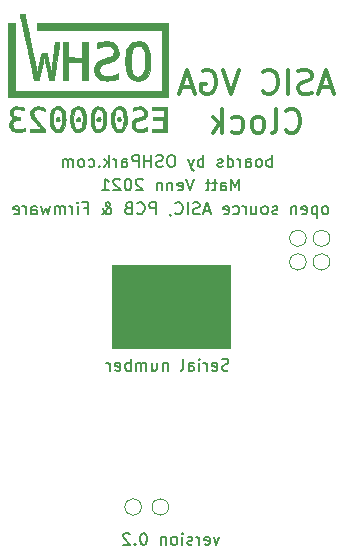
<source format=gbr>
G04 #@! TF.GenerationSoftware,KiCad,Pcbnew,5.1.10-88a1d61d58~88~ubuntu20.04.1*
G04 #@! TF.CreationDate,2021-09-24T12:37:35+02:00*
G04 #@! TF.ProjectId,carrier,63617272-6965-4722-9e6b-696361645f70,0.1*
G04 #@! TF.SameCoordinates,Original*
G04 #@! TF.FileFunction,Legend,Bot*
G04 #@! TF.FilePolarity,Positive*
%FSLAX46Y46*%
G04 Gerber Fmt 4.6, Leading zero omitted, Abs format (unit mm)*
G04 Created by KiCad (PCBNEW 5.1.10-88a1d61d58~88~ubuntu20.04.1) date 2021-09-24 12:37:35*
%MOMM*%
%LPD*%
G01*
G04 APERTURE LIST*
%ADD10C,0.150000*%
%ADD11C,0.300000*%
%ADD12C,0.100000*%
%ADD13C,0.010000*%
%ADD14C,0.120000*%
G04 APERTURE END LIST*
D10*
X53825238Y-105785714D02*
X53587142Y-106452380D01*
X53349047Y-105785714D01*
X52587142Y-106404761D02*
X52682380Y-106452380D01*
X52872857Y-106452380D01*
X52968095Y-106404761D01*
X53015714Y-106309523D01*
X53015714Y-105928571D01*
X52968095Y-105833333D01*
X52872857Y-105785714D01*
X52682380Y-105785714D01*
X52587142Y-105833333D01*
X52539523Y-105928571D01*
X52539523Y-106023809D01*
X53015714Y-106119047D01*
X52110952Y-106452380D02*
X52110952Y-105785714D01*
X52110952Y-105976190D02*
X52063333Y-105880952D01*
X52015714Y-105833333D01*
X51920476Y-105785714D01*
X51825238Y-105785714D01*
X51539523Y-106404761D02*
X51444285Y-106452380D01*
X51253809Y-106452380D01*
X51158571Y-106404761D01*
X51110952Y-106309523D01*
X51110952Y-106261904D01*
X51158571Y-106166666D01*
X51253809Y-106119047D01*
X51396666Y-106119047D01*
X51491904Y-106071428D01*
X51539523Y-105976190D01*
X51539523Y-105928571D01*
X51491904Y-105833333D01*
X51396666Y-105785714D01*
X51253809Y-105785714D01*
X51158571Y-105833333D01*
X50682380Y-106452380D02*
X50682380Y-105785714D01*
X50682380Y-105452380D02*
X50730000Y-105500000D01*
X50682380Y-105547619D01*
X50634761Y-105500000D01*
X50682380Y-105452380D01*
X50682380Y-105547619D01*
X50063333Y-106452380D02*
X50158571Y-106404761D01*
X50206190Y-106357142D01*
X50253809Y-106261904D01*
X50253809Y-105976190D01*
X50206190Y-105880952D01*
X50158571Y-105833333D01*
X50063333Y-105785714D01*
X49920476Y-105785714D01*
X49825238Y-105833333D01*
X49777619Y-105880952D01*
X49730000Y-105976190D01*
X49730000Y-106261904D01*
X49777619Y-106357142D01*
X49825238Y-106404761D01*
X49920476Y-106452380D01*
X50063333Y-106452380D01*
X49301428Y-105785714D02*
X49301428Y-106452380D01*
X49301428Y-105880952D02*
X49253809Y-105833333D01*
X49158571Y-105785714D01*
X49015714Y-105785714D01*
X48920476Y-105833333D01*
X48872857Y-105928571D01*
X48872857Y-106452380D01*
X47444285Y-105452380D02*
X47349047Y-105452380D01*
X47253809Y-105500000D01*
X47206190Y-105547619D01*
X47158571Y-105642857D01*
X47110952Y-105833333D01*
X47110952Y-106071428D01*
X47158571Y-106261904D01*
X47206190Y-106357142D01*
X47253809Y-106404761D01*
X47349047Y-106452380D01*
X47444285Y-106452380D01*
X47539523Y-106404761D01*
X47587142Y-106357142D01*
X47634761Y-106261904D01*
X47682380Y-106071428D01*
X47682380Y-105833333D01*
X47634761Y-105642857D01*
X47587142Y-105547619D01*
X47539523Y-105500000D01*
X47444285Y-105452380D01*
X46682380Y-106357142D02*
X46634761Y-106404761D01*
X46682380Y-106452380D01*
X46730000Y-106404761D01*
X46682380Y-106357142D01*
X46682380Y-106452380D01*
X46253809Y-105547619D02*
X46206190Y-105500000D01*
X46110952Y-105452380D01*
X45872857Y-105452380D01*
X45777619Y-105500000D01*
X45730000Y-105547619D01*
X45682380Y-105642857D01*
X45682380Y-105738095D01*
X45730000Y-105880952D01*
X46301428Y-106452380D01*
X45682380Y-106452380D01*
D11*
X63360952Y-67683333D02*
X62408571Y-67683333D01*
X63551428Y-68254761D02*
X62884761Y-66254761D01*
X62218095Y-68254761D01*
X61646666Y-68159523D02*
X61360952Y-68254761D01*
X60884761Y-68254761D01*
X60694285Y-68159523D01*
X60599047Y-68064285D01*
X60503809Y-67873809D01*
X60503809Y-67683333D01*
X60599047Y-67492857D01*
X60694285Y-67397619D01*
X60884761Y-67302380D01*
X61265714Y-67207142D01*
X61456190Y-67111904D01*
X61551428Y-67016666D01*
X61646666Y-66826190D01*
X61646666Y-66635714D01*
X61551428Y-66445238D01*
X61456190Y-66350000D01*
X61265714Y-66254761D01*
X60789523Y-66254761D01*
X60503809Y-66350000D01*
X59646666Y-68254761D02*
X59646666Y-66254761D01*
X57551428Y-68064285D02*
X57646666Y-68159523D01*
X57932380Y-68254761D01*
X58122857Y-68254761D01*
X58408571Y-68159523D01*
X58599047Y-67969047D01*
X58694285Y-67778571D01*
X58789523Y-67397619D01*
X58789523Y-67111904D01*
X58694285Y-66730952D01*
X58599047Y-66540476D01*
X58408571Y-66350000D01*
X58122857Y-66254761D01*
X57932380Y-66254761D01*
X57646666Y-66350000D01*
X57551428Y-66445238D01*
X55456190Y-66254761D02*
X54789523Y-68254761D01*
X54122857Y-66254761D01*
X52408571Y-66350000D02*
X52599047Y-66254761D01*
X52884761Y-66254761D01*
X53170476Y-66350000D01*
X53360952Y-66540476D01*
X53456190Y-66730952D01*
X53551428Y-67111904D01*
X53551428Y-67397619D01*
X53456190Y-67778571D01*
X53360952Y-67969047D01*
X53170476Y-68159523D01*
X52884761Y-68254761D01*
X52694285Y-68254761D01*
X52408571Y-68159523D01*
X52313333Y-68064285D01*
X52313333Y-67397619D01*
X52694285Y-67397619D01*
X51551428Y-67683333D02*
X50599047Y-67683333D01*
X51741904Y-68254761D02*
X51075238Y-66254761D01*
X50408571Y-68254761D01*
X59456190Y-71364285D02*
X59551428Y-71459523D01*
X59837142Y-71554761D01*
X60027619Y-71554761D01*
X60313333Y-71459523D01*
X60503809Y-71269047D01*
X60599047Y-71078571D01*
X60694285Y-70697619D01*
X60694285Y-70411904D01*
X60599047Y-70030952D01*
X60503809Y-69840476D01*
X60313333Y-69650000D01*
X60027619Y-69554761D01*
X59837142Y-69554761D01*
X59551428Y-69650000D01*
X59456190Y-69745238D01*
X58313333Y-71554761D02*
X58503809Y-71459523D01*
X58599047Y-71269047D01*
X58599047Y-69554761D01*
X57265714Y-71554761D02*
X57456190Y-71459523D01*
X57551428Y-71364285D01*
X57646666Y-71173809D01*
X57646666Y-70602380D01*
X57551428Y-70411904D01*
X57456190Y-70316666D01*
X57265714Y-70221428D01*
X56980000Y-70221428D01*
X56789523Y-70316666D01*
X56694285Y-70411904D01*
X56599047Y-70602380D01*
X56599047Y-71173809D01*
X56694285Y-71364285D01*
X56789523Y-71459523D01*
X56980000Y-71554761D01*
X57265714Y-71554761D01*
X54884761Y-71459523D02*
X55075238Y-71554761D01*
X55456190Y-71554761D01*
X55646666Y-71459523D01*
X55741904Y-71364285D01*
X55837142Y-71173809D01*
X55837142Y-70602380D01*
X55741904Y-70411904D01*
X55646666Y-70316666D01*
X55456190Y-70221428D01*
X55075238Y-70221428D01*
X54884761Y-70316666D01*
X54027619Y-71554761D02*
X54027619Y-69554761D01*
X53837142Y-70792857D02*
X53265714Y-71554761D01*
X53265714Y-70221428D02*
X54027619Y-70983333D01*
D12*
G36*
X54730000Y-89750000D02*
G01*
X44730000Y-89750000D01*
X44730000Y-82750000D01*
X54730000Y-82750000D01*
X54730000Y-89750000D01*
G37*
X54730000Y-89750000D02*
X44730000Y-89750000D01*
X44730000Y-82750000D01*
X54730000Y-82750000D01*
X54730000Y-89750000D01*
D10*
X54599047Y-91654761D02*
X54456190Y-91702380D01*
X54218095Y-91702380D01*
X54122857Y-91654761D01*
X54075238Y-91607142D01*
X54027619Y-91511904D01*
X54027619Y-91416666D01*
X54075238Y-91321428D01*
X54122857Y-91273809D01*
X54218095Y-91226190D01*
X54408571Y-91178571D01*
X54503809Y-91130952D01*
X54551428Y-91083333D01*
X54599047Y-90988095D01*
X54599047Y-90892857D01*
X54551428Y-90797619D01*
X54503809Y-90750000D01*
X54408571Y-90702380D01*
X54170476Y-90702380D01*
X54027619Y-90750000D01*
X53218095Y-91654761D02*
X53313333Y-91702380D01*
X53503809Y-91702380D01*
X53599047Y-91654761D01*
X53646666Y-91559523D01*
X53646666Y-91178571D01*
X53599047Y-91083333D01*
X53503809Y-91035714D01*
X53313333Y-91035714D01*
X53218095Y-91083333D01*
X53170476Y-91178571D01*
X53170476Y-91273809D01*
X53646666Y-91369047D01*
X52741904Y-91702380D02*
X52741904Y-91035714D01*
X52741904Y-91226190D02*
X52694285Y-91130952D01*
X52646666Y-91083333D01*
X52551428Y-91035714D01*
X52456190Y-91035714D01*
X52122857Y-91702380D02*
X52122857Y-91035714D01*
X52122857Y-90702380D02*
X52170476Y-90750000D01*
X52122857Y-90797619D01*
X52075238Y-90750000D01*
X52122857Y-90702380D01*
X52122857Y-90797619D01*
X51218095Y-91702380D02*
X51218095Y-91178571D01*
X51265714Y-91083333D01*
X51360952Y-91035714D01*
X51551428Y-91035714D01*
X51646666Y-91083333D01*
X51218095Y-91654761D02*
X51313333Y-91702380D01*
X51551428Y-91702380D01*
X51646666Y-91654761D01*
X51694285Y-91559523D01*
X51694285Y-91464285D01*
X51646666Y-91369047D01*
X51551428Y-91321428D01*
X51313333Y-91321428D01*
X51218095Y-91273809D01*
X50599047Y-91702380D02*
X50694285Y-91654761D01*
X50741904Y-91559523D01*
X50741904Y-90702380D01*
X49456190Y-91035714D02*
X49456190Y-91702380D01*
X49456190Y-91130952D02*
X49408571Y-91083333D01*
X49313333Y-91035714D01*
X49170476Y-91035714D01*
X49075238Y-91083333D01*
X49027619Y-91178571D01*
X49027619Y-91702380D01*
X48122857Y-91035714D02*
X48122857Y-91702380D01*
X48551428Y-91035714D02*
X48551428Y-91559523D01*
X48503809Y-91654761D01*
X48408571Y-91702380D01*
X48265714Y-91702380D01*
X48170476Y-91654761D01*
X48122857Y-91607142D01*
X47646666Y-91702380D02*
X47646666Y-91035714D01*
X47646666Y-91130952D02*
X47599047Y-91083333D01*
X47503809Y-91035714D01*
X47360952Y-91035714D01*
X47265714Y-91083333D01*
X47218095Y-91178571D01*
X47218095Y-91702380D01*
X47218095Y-91178571D02*
X47170476Y-91083333D01*
X47075238Y-91035714D01*
X46932380Y-91035714D01*
X46837142Y-91083333D01*
X46789523Y-91178571D01*
X46789523Y-91702380D01*
X46313333Y-91702380D02*
X46313333Y-90702380D01*
X46313333Y-91083333D02*
X46218095Y-91035714D01*
X46027619Y-91035714D01*
X45932380Y-91083333D01*
X45884761Y-91130952D01*
X45837142Y-91226190D01*
X45837142Y-91511904D01*
X45884761Y-91607142D01*
X45932380Y-91654761D01*
X46027619Y-91702380D01*
X46218095Y-91702380D01*
X46313333Y-91654761D01*
X45027619Y-91654761D02*
X45122857Y-91702380D01*
X45313333Y-91702380D01*
X45408571Y-91654761D01*
X45456190Y-91559523D01*
X45456190Y-91178571D01*
X45408571Y-91083333D01*
X45313333Y-91035714D01*
X45122857Y-91035714D01*
X45027619Y-91083333D01*
X44980000Y-91178571D01*
X44980000Y-91273809D01*
X45456190Y-91369047D01*
X44551428Y-91702380D02*
X44551428Y-91035714D01*
X44551428Y-91226190D02*
X44503809Y-91130952D01*
X44456190Y-91083333D01*
X44360952Y-91035714D01*
X44265714Y-91035714D01*
X62872857Y-78452380D02*
X62968095Y-78404761D01*
X63015714Y-78357142D01*
X63063333Y-78261904D01*
X63063333Y-77976190D01*
X63015714Y-77880952D01*
X62968095Y-77833333D01*
X62872857Y-77785714D01*
X62730000Y-77785714D01*
X62634761Y-77833333D01*
X62587142Y-77880952D01*
X62539523Y-77976190D01*
X62539523Y-78261904D01*
X62587142Y-78357142D01*
X62634761Y-78404761D01*
X62730000Y-78452380D01*
X62872857Y-78452380D01*
X62110952Y-77785714D02*
X62110952Y-78785714D01*
X62110952Y-77833333D02*
X62015714Y-77785714D01*
X61825238Y-77785714D01*
X61730000Y-77833333D01*
X61682380Y-77880952D01*
X61634761Y-77976190D01*
X61634761Y-78261904D01*
X61682380Y-78357142D01*
X61730000Y-78404761D01*
X61825238Y-78452380D01*
X62015714Y-78452380D01*
X62110952Y-78404761D01*
X60825238Y-78404761D02*
X60920476Y-78452380D01*
X61110952Y-78452380D01*
X61206190Y-78404761D01*
X61253809Y-78309523D01*
X61253809Y-77928571D01*
X61206190Y-77833333D01*
X61110952Y-77785714D01*
X60920476Y-77785714D01*
X60825238Y-77833333D01*
X60777619Y-77928571D01*
X60777619Y-78023809D01*
X61253809Y-78119047D01*
X60349047Y-77785714D02*
X60349047Y-78452380D01*
X60349047Y-77880952D02*
X60301428Y-77833333D01*
X60206190Y-77785714D01*
X60063333Y-77785714D01*
X59968095Y-77833333D01*
X59920476Y-77928571D01*
X59920476Y-78452380D01*
X58730000Y-78404761D02*
X58634761Y-78452380D01*
X58444285Y-78452380D01*
X58349047Y-78404761D01*
X58301428Y-78309523D01*
X58301428Y-78261904D01*
X58349047Y-78166666D01*
X58444285Y-78119047D01*
X58587142Y-78119047D01*
X58682380Y-78071428D01*
X58730000Y-77976190D01*
X58730000Y-77928571D01*
X58682380Y-77833333D01*
X58587142Y-77785714D01*
X58444285Y-77785714D01*
X58349047Y-77833333D01*
X57730000Y-78452380D02*
X57825238Y-78404761D01*
X57872857Y-78357142D01*
X57920476Y-78261904D01*
X57920476Y-77976190D01*
X57872857Y-77880952D01*
X57825238Y-77833333D01*
X57730000Y-77785714D01*
X57587142Y-77785714D01*
X57491904Y-77833333D01*
X57444285Y-77880952D01*
X57396666Y-77976190D01*
X57396666Y-78261904D01*
X57444285Y-78357142D01*
X57491904Y-78404761D01*
X57587142Y-78452380D01*
X57730000Y-78452380D01*
X56539523Y-77785714D02*
X56539523Y-78452380D01*
X56968095Y-77785714D02*
X56968095Y-78309523D01*
X56920476Y-78404761D01*
X56825238Y-78452380D01*
X56682380Y-78452380D01*
X56587142Y-78404761D01*
X56539523Y-78357142D01*
X56063333Y-78452380D02*
X56063333Y-77785714D01*
X56063333Y-77976190D02*
X56015714Y-77880952D01*
X55968095Y-77833333D01*
X55872857Y-77785714D01*
X55777619Y-77785714D01*
X55015714Y-78404761D02*
X55110952Y-78452380D01*
X55301428Y-78452380D01*
X55396666Y-78404761D01*
X55444285Y-78357142D01*
X55491904Y-78261904D01*
X55491904Y-77976190D01*
X55444285Y-77880952D01*
X55396666Y-77833333D01*
X55301428Y-77785714D01*
X55110952Y-77785714D01*
X55015714Y-77833333D01*
X54206190Y-78404761D02*
X54301428Y-78452380D01*
X54491904Y-78452380D01*
X54587142Y-78404761D01*
X54634761Y-78309523D01*
X54634761Y-77928571D01*
X54587142Y-77833333D01*
X54491904Y-77785714D01*
X54301428Y-77785714D01*
X54206190Y-77833333D01*
X54158571Y-77928571D01*
X54158571Y-78023809D01*
X54634761Y-78119047D01*
X53015714Y-78166666D02*
X52539523Y-78166666D01*
X53110952Y-78452380D02*
X52777619Y-77452380D01*
X52444285Y-78452380D01*
X52158571Y-78404761D02*
X52015714Y-78452380D01*
X51777619Y-78452380D01*
X51682380Y-78404761D01*
X51634761Y-78357142D01*
X51587142Y-78261904D01*
X51587142Y-78166666D01*
X51634761Y-78071428D01*
X51682380Y-78023809D01*
X51777619Y-77976190D01*
X51968095Y-77928571D01*
X52063333Y-77880952D01*
X52110952Y-77833333D01*
X52158571Y-77738095D01*
X52158571Y-77642857D01*
X52110952Y-77547619D01*
X52063333Y-77500000D01*
X51968095Y-77452380D01*
X51730000Y-77452380D01*
X51587142Y-77500000D01*
X51158571Y-78452380D02*
X51158571Y-77452380D01*
X50110952Y-78357142D02*
X50158571Y-78404761D01*
X50301428Y-78452380D01*
X50396666Y-78452380D01*
X50539523Y-78404761D01*
X50634761Y-78309523D01*
X50682380Y-78214285D01*
X50730000Y-78023809D01*
X50730000Y-77880952D01*
X50682380Y-77690476D01*
X50634761Y-77595238D01*
X50539523Y-77500000D01*
X50396666Y-77452380D01*
X50301428Y-77452380D01*
X50158571Y-77500000D01*
X50110952Y-77547619D01*
X49634761Y-78404761D02*
X49634761Y-78452380D01*
X49682380Y-78547619D01*
X49730000Y-78595238D01*
X48444285Y-78452380D02*
X48444285Y-77452380D01*
X48063333Y-77452380D01*
X47968095Y-77500000D01*
X47920476Y-77547619D01*
X47872857Y-77642857D01*
X47872857Y-77785714D01*
X47920476Y-77880952D01*
X47968095Y-77928571D01*
X48063333Y-77976190D01*
X48444285Y-77976190D01*
X46872857Y-78357142D02*
X46920476Y-78404761D01*
X47063333Y-78452380D01*
X47158571Y-78452380D01*
X47301428Y-78404761D01*
X47396666Y-78309523D01*
X47444285Y-78214285D01*
X47491904Y-78023809D01*
X47491904Y-77880952D01*
X47444285Y-77690476D01*
X47396666Y-77595238D01*
X47301428Y-77500000D01*
X47158571Y-77452380D01*
X47063333Y-77452380D01*
X46920476Y-77500000D01*
X46872857Y-77547619D01*
X46110952Y-77928571D02*
X45968095Y-77976190D01*
X45920476Y-78023809D01*
X45872857Y-78119047D01*
X45872857Y-78261904D01*
X45920476Y-78357142D01*
X45968095Y-78404761D01*
X46063333Y-78452380D01*
X46444285Y-78452380D01*
X46444285Y-77452380D01*
X46110952Y-77452380D01*
X46015714Y-77500000D01*
X45968095Y-77547619D01*
X45920476Y-77642857D01*
X45920476Y-77738095D01*
X45968095Y-77833333D01*
X46015714Y-77880952D01*
X46110952Y-77928571D01*
X46444285Y-77928571D01*
X43872857Y-78452380D02*
X43920476Y-78452380D01*
X44015714Y-78404761D01*
X44158571Y-78261904D01*
X44396666Y-77976190D01*
X44491904Y-77833333D01*
X44539523Y-77690476D01*
X44539523Y-77595238D01*
X44491904Y-77500000D01*
X44396666Y-77452380D01*
X44349047Y-77452380D01*
X44253809Y-77500000D01*
X44206190Y-77595238D01*
X44206190Y-77642857D01*
X44253809Y-77738095D01*
X44301428Y-77785714D01*
X44587142Y-77976190D01*
X44634761Y-78023809D01*
X44682380Y-78119047D01*
X44682380Y-78261904D01*
X44634761Y-78357142D01*
X44587142Y-78404761D01*
X44491904Y-78452380D01*
X44349047Y-78452380D01*
X44253809Y-78404761D01*
X44206190Y-78357142D01*
X44063333Y-78166666D01*
X44015714Y-78023809D01*
X44015714Y-77928571D01*
X42349047Y-77928571D02*
X42682380Y-77928571D01*
X42682380Y-78452380D02*
X42682380Y-77452380D01*
X42206190Y-77452380D01*
X41825238Y-78452380D02*
X41825238Y-77785714D01*
X41825238Y-77452380D02*
X41872857Y-77500000D01*
X41825238Y-77547619D01*
X41777619Y-77500000D01*
X41825238Y-77452380D01*
X41825238Y-77547619D01*
X41349047Y-78452380D02*
X41349047Y-77785714D01*
X41349047Y-77976190D02*
X41301428Y-77880952D01*
X41253809Y-77833333D01*
X41158571Y-77785714D01*
X41063333Y-77785714D01*
X40730000Y-78452380D02*
X40730000Y-77785714D01*
X40730000Y-77880952D02*
X40682380Y-77833333D01*
X40587142Y-77785714D01*
X40444285Y-77785714D01*
X40349047Y-77833333D01*
X40301428Y-77928571D01*
X40301428Y-78452380D01*
X40301428Y-77928571D02*
X40253809Y-77833333D01*
X40158571Y-77785714D01*
X40015714Y-77785714D01*
X39920476Y-77833333D01*
X39872857Y-77928571D01*
X39872857Y-78452380D01*
X39491904Y-77785714D02*
X39301428Y-78452380D01*
X39110952Y-77976190D01*
X38920476Y-78452380D01*
X38730000Y-77785714D01*
X37920476Y-78452380D02*
X37920476Y-77928571D01*
X37968095Y-77833333D01*
X38063333Y-77785714D01*
X38253809Y-77785714D01*
X38349047Y-77833333D01*
X37920476Y-78404761D02*
X38015714Y-78452380D01*
X38253809Y-78452380D01*
X38349047Y-78404761D01*
X38396666Y-78309523D01*
X38396666Y-78214285D01*
X38349047Y-78119047D01*
X38253809Y-78071428D01*
X38015714Y-78071428D01*
X37920476Y-78023809D01*
X37444285Y-78452380D02*
X37444285Y-77785714D01*
X37444285Y-77976190D02*
X37396666Y-77880952D01*
X37349047Y-77833333D01*
X37253809Y-77785714D01*
X37158571Y-77785714D01*
X36444285Y-78404761D02*
X36539523Y-78452380D01*
X36730000Y-78452380D01*
X36825238Y-78404761D01*
X36872857Y-78309523D01*
X36872857Y-77928571D01*
X36825238Y-77833333D01*
X36730000Y-77785714D01*
X36539523Y-77785714D01*
X36444285Y-77833333D01*
X36396666Y-77928571D01*
X36396666Y-78023809D01*
X36872857Y-78119047D01*
X55515714Y-76452380D02*
X55515714Y-75452380D01*
X55182380Y-76166666D01*
X54849047Y-75452380D01*
X54849047Y-76452380D01*
X53944285Y-76452380D02*
X53944285Y-75928571D01*
X53991904Y-75833333D01*
X54087142Y-75785714D01*
X54277619Y-75785714D01*
X54372857Y-75833333D01*
X53944285Y-76404761D02*
X54039523Y-76452380D01*
X54277619Y-76452380D01*
X54372857Y-76404761D01*
X54420476Y-76309523D01*
X54420476Y-76214285D01*
X54372857Y-76119047D01*
X54277619Y-76071428D01*
X54039523Y-76071428D01*
X53944285Y-76023809D01*
X53610952Y-75785714D02*
X53230000Y-75785714D01*
X53468095Y-75452380D02*
X53468095Y-76309523D01*
X53420476Y-76404761D01*
X53325238Y-76452380D01*
X53230000Y-76452380D01*
X53039523Y-75785714D02*
X52658571Y-75785714D01*
X52896666Y-75452380D02*
X52896666Y-76309523D01*
X52849047Y-76404761D01*
X52753809Y-76452380D01*
X52658571Y-76452380D01*
X51706190Y-75452380D02*
X51372857Y-76452380D01*
X51039523Y-75452380D01*
X50325238Y-76404761D02*
X50420476Y-76452380D01*
X50610952Y-76452380D01*
X50706190Y-76404761D01*
X50753809Y-76309523D01*
X50753809Y-75928571D01*
X50706190Y-75833333D01*
X50610952Y-75785714D01*
X50420476Y-75785714D01*
X50325238Y-75833333D01*
X50277619Y-75928571D01*
X50277619Y-76023809D01*
X50753809Y-76119047D01*
X49849047Y-75785714D02*
X49849047Y-76452380D01*
X49849047Y-75880952D02*
X49801428Y-75833333D01*
X49706190Y-75785714D01*
X49563333Y-75785714D01*
X49468095Y-75833333D01*
X49420476Y-75928571D01*
X49420476Y-76452380D01*
X48944285Y-75785714D02*
X48944285Y-76452380D01*
X48944285Y-75880952D02*
X48896666Y-75833333D01*
X48801428Y-75785714D01*
X48658571Y-75785714D01*
X48563333Y-75833333D01*
X48515714Y-75928571D01*
X48515714Y-76452380D01*
X47325238Y-75547619D02*
X47277619Y-75500000D01*
X47182380Y-75452380D01*
X46944285Y-75452380D01*
X46849047Y-75500000D01*
X46801428Y-75547619D01*
X46753809Y-75642857D01*
X46753809Y-75738095D01*
X46801428Y-75880952D01*
X47372857Y-76452380D01*
X46753809Y-76452380D01*
X46134761Y-75452380D02*
X46039523Y-75452380D01*
X45944285Y-75500000D01*
X45896666Y-75547619D01*
X45849047Y-75642857D01*
X45801428Y-75833333D01*
X45801428Y-76071428D01*
X45849047Y-76261904D01*
X45896666Y-76357142D01*
X45944285Y-76404761D01*
X46039523Y-76452380D01*
X46134761Y-76452380D01*
X46230000Y-76404761D01*
X46277619Y-76357142D01*
X46325238Y-76261904D01*
X46372857Y-76071428D01*
X46372857Y-75833333D01*
X46325238Y-75642857D01*
X46277619Y-75547619D01*
X46230000Y-75500000D01*
X46134761Y-75452380D01*
X45420476Y-75547619D02*
X45372857Y-75500000D01*
X45277619Y-75452380D01*
X45039523Y-75452380D01*
X44944285Y-75500000D01*
X44896666Y-75547619D01*
X44849047Y-75642857D01*
X44849047Y-75738095D01*
X44896666Y-75880952D01*
X45468095Y-76452380D01*
X44849047Y-76452380D01*
X43896666Y-76452380D02*
X44468095Y-76452380D01*
X44182380Y-76452380D02*
X44182380Y-75452380D01*
X44277619Y-75595238D01*
X44372857Y-75690476D01*
X44468095Y-75738095D01*
X58287142Y-74452380D02*
X58287142Y-73452380D01*
X58287142Y-73833333D02*
X58191904Y-73785714D01*
X58001428Y-73785714D01*
X57906190Y-73833333D01*
X57858571Y-73880952D01*
X57810952Y-73976190D01*
X57810952Y-74261904D01*
X57858571Y-74357142D01*
X57906190Y-74404761D01*
X58001428Y-74452380D01*
X58191904Y-74452380D01*
X58287142Y-74404761D01*
X57239523Y-74452380D02*
X57334761Y-74404761D01*
X57382380Y-74357142D01*
X57430000Y-74261904D01*
X57430000Y-73976190D01*
X57382380Y-73880952D01*
X57334761Y-73833333D01*
X57239523Y-73785714D01*
X57096666Y-73785714D01*
X57001428Y-73833333D01*
X56953809Y-73880952D01*
X56906190Y-73976190D01*
X56906190Y-74261904D01*
X56953809Y-74357142D01*
X57001428Y-74404761D01*
X57096666Y-74452380D01*
X57239523Y-74452380D01*
X56049047Y-74452380D02*
X56049047Y-73928571D01*
X56096666Y-73833333D01*
X56191904Y-73785714D01*
X56382380Y-73785714D01*
X56477619Y-73833333D01*
X56049047Y-74404761D02*
X56144285Y-74452380D01*
X56382380Y-74452380D01*
X56477619Y-74404761D01*
X56525238Y-74309523D01*
X56525238Y-74214285D01*
X56477619Y-74119047D01*
X56382380Y-74071428D01*
X56144285Y-74071428D01*
X56049047Y-74023809D01*
X55572857Y-74452380D02*
X55572857Y-73785714D01*
X55572857Y-73976190D02*
X55525238Y-73880952D01*
X55477619Y-73833333D01*
X55382380Y-73785714D01*
X55287142Y-73785714D01*
X54525238Y-74452380D02*
X54525238Y-73452380D01*
X54525238Y-74404761D02*
X54620476Y-74452380D01*
X54810952Y-74452380D01*
X54906190Y-74404761D01*
X54953809Y-74357142D01*
X55001428Y-74261904D01*
X55001428Y-73976190D01*
X54953809Y-73880952D01*
X54906190Y-73833333D01*
X54810952Y-73785714D01*
X54620476Y-73785714D01*
X54525238Y-73833333D01*
X54096666Y-74404761D02*
X54001428Y-74452380D01*
X53810952Y-74452380D01*
X53715714Y-74404761D01*
X53668095Y-74309523D01*
X53668095Y-74261904D01*
X53715714Y-74166666D01*
X53810952Y-74119047D01*
X53953809Y-74119047D01*
X54049047Y-74071428D01*
X54096666Y-73976190D01*
X54096666Y-73928571D01*
X54049047Y-73833333D01*
X53953809Y-73785714D01*
X53810952Y-73785714D01*
X53715714Y-73833333D01*
X52477619Y-74452380D02*
X52477619Y-73452380D01*
X52477619Y-73833333D02*
X52382380Y-73785714D01*
X52191904Y-73785714D01*
X52096666Y-73833333D01*
X52049047Y-73880952D01*
X52001428Y-73976190D01*
X52001428Y-74261904D01*
X52049047Y-74357142D01*
X52096666Y-74404761D01*
X52191904Y-74452380D01*
X52382380Y-74452380D01*
X52477619Y-74404761D01*
X51668095Y-73785714D02*
X51430000Y-74452380D01*
X51191904Y-73785714D02*
X51430000Y-74452380D01*
X51525238Y-74690476D01*
X51572857Y-74738095D01*
X51668095Y-74785714D01*
X49858571Y-73452380D02*
X49668095Y-73452380D01*
X49572857Y-73500000D01*
X49477619Y-73595238D01*
X49430000Y-73785714D01*
X49430000Y-74119047D01*
X49477619Y-74309523D01*
X49572857Y-74404761D01*
X49668095Y-74452380D01*
X49858571Y-74452380D01*
X49953809Y-74404761D01*
X50049047Y-74309523D01*
X50096666Y-74119047D01*
X50096666Y-73785714D01*
X50049047Y-73595238D01*
X49953809Y-73500000D01*
X49858571Y-73452380D01*
X49049047Y-74404761D02*
X48906190Y-74452380D01*
X48668095Y-74452380D01*
X48572857Y-74404761D01*
X48525238Y-74357142D01*
X48477619Y-74261904D01*
X48477619Y-74166666D01*
X48525238Y-74071428D01*
X48572857Y-74023809D01*
X48668095Y-73976190D01*
X48858571Y-73928571D01*
X48953809Y-73880952D01*
X49001428Y-73833333D01*
X49049047Y-73738095D01*
X49049047Y-73642857D01*
X49001428Y-73547619D01*
X48953809Y-73500000D01*
X48858571Y-73452380D01*
X48620476Y-73452380D01*
X48477619Y-73500000D01*
X48049047Y-74452380D02*
X48049047Y-73452380D01*
X48049047Y-73928571D02*
X47477619Y-73928571D01*
X47477619Y-74452380D02*
X47477619Y-73452380D01*
X47001428Y-74452380D02*
X47001428Y-73452380D01*
X46620476Y-73452380D01*
X46525238Y-73500000D01*
X46477619Y-73547619D01*
X46430000Y-73642857D01*
X46430000Y-73785714D01*
X46477619Y-73880952D01*
X46525238Y-73928571D01*
X46620476Y-73976190D01*
X47001428Y-73976190D01*
X45572857Y-74452380D02*
X45572857Y-73928571D01*
X45620476Y-73833333D01*
X45715714Y-73785714D01*
X45906190Y-73785714D01*
X46001428Y-73833333D01*
X45572857Y-74404761D02*
X45668095Y-74452380D01*
X45906190Y-74452380D01*
X46001428Y-74404761D01*
X46049047Y-74309523D01*
X46049047Y-74214285D01*
X46001428Y-74119047D01*
X45906190Y-74071428D01*
X45668095Y-74071428D01*
X45572857Y-74023809D01*
X45096666Y-74452380D02*
X45096666Y-73785714D01*
X45096666Y-73976190D02*
X45049047Y-73880952D01*
X45001428Y-73833333D01*
X44906190Y-73785714D01*
X44810952Y-73785714D01*
X44477619Y-74452380D02*
X44477619Y-73452380D01*
X44382380Y-74071428D02*
X44096666Y-74452380D01*
X44096666Y-73785714D02*
X44477619Y-74166666D01*
X43668095Y-74357142D02*
X43620476Y-74404761D01*
X43668095Y-74452380D01*
X43715714Y-74404761D01*
X43668095Y-74357142D01*
X43668095Y-74452380D01*
X42763333Y-74404761D02*
X42858571Y-74452380D01*
X43049047Y-74452380D01*
X43144285Y-74404761D01*
X43191904Y-74357142D01*
X43239523Y-74261904D01*
X43239523Y-73976190D01*
X43191904Y-73880952D01*
X43144285Y-73833333D01*
X43049047Y-73785714D01*
X42858571Y-73785714D01*
X42763333Y-73833333D01*
X42191904Y-74452380D02*
X42287142Y-74404761D01*
X42334761Y-74357142D01*
X42382380Y-74261904D01*
X42382380Y-73976190D01*
X42334761Y-73880952D01*
X42287142Y-73833333D01*
X42191904Y-73785714D01*
X42049047Y-73785714D01*
X41953809Y-73833333D01*
X41906190Y-73880952D01*
X41858571Y-73976190D01*
X41858571Y-74261904D01*
X41906190Y-74357142D01*
X41953809Y-74404761D01*
X42049047Y-74452380D01*
X42191904Y-74452380D01*
X41430000Y-74452380D02*
X41430000Y-73785714D01*
X41430000Y-73880952D02*
X41382380Y-73833333D01*
X41287142Y-73785714D01*
X41144285Y-73785714D01*
X41049047Y-73833333D01*
X41001428Y-73928571D01*
X41001428Y-74452380D01*
X41001428Y-73928571D02*
X40953809Y-73833333D01*
X40858571Y-73785714D01*
X40715714Y-73785714D01*
X40620476Y-73833333D01*
X40572857Y-73928571D01*
X40572857Y-74452380D01*
D13*
G04 #@! TO.C,G\u002A\u002A\u002A*
G36*
X40099359Y-70237671D02*
G01*
X40055944Y-70259325D01*
X39991149Y-70321303D01*
X39966151Y-70401202D01*
X39977371Y-70483438D01*
X40021227Y-70552428D01*
X40094140Y-70592587D01*
X40133555Y-70597112D01*
X40209782Y-70577512D01*
X40258166Y-70543307D01*
X40297821Y-70462090D01*
X40294275Y-70370783D01*
X40251089Y-70290905D01*
X40211166Y-70259325D01*
X40149606Y-70231999D01*
X40099359Y-70237671D01*
G37*
X40099359Y-70237671D02*
X40055944Y-70259325D01*
X39991149Y-70321303D01*
X39966151Y-70401202D01*
X39977371Y-70483438D01*
X40021227Y-70552428D01*
X40094140Y-70592587D01*
X40133555Y-70597112D01*
X40209782Y-70577512D01*
X40258166Y-70543307D01*
X40297821Y-70462090D01*
X40294275Y-70370783D01*
X40251089Y-70290905D01*
X40211166Y-70259325D01*
X40149606Y-70231999D01*
X40099359Y-70237671D01*
G36*
X41749061Y-70286363D02*
G01*
X41747544Y-70287766D01*
X41698599Y-70365449D01*
X41694658Y-70450945D01*
X41729491Y-70528420D01*
X41796869Y-70582036D01*
X41869222Y-70597112D01*
X41942224Y-70577483D01*
X41996222Y-70540667D01*
X42045250Y-70464342D01*
X42040558Y-70382845D01*
X41994174Y-70304584D01*
X41918321Y-70243404D01*
X41834413Y-70237180D01*
X41749061Y-70286363D01*
G37*
X41749061Y-70286363D02*
X41747544Y-70287766D01*
X41698599Y-70365449D01*
X41694658Y-70450945D01*
X41729491Y-70528420D01*
X41796869Y-70582036D01*
X41869222Y-70597112D01*
X41942224Y-70577483D01*
X41996222Y-70540667D01*
X42045250Y-70464342D01*
X42040558Y-70382845D01*
X41994174Y-70304584D01*
X41918321Y-70243404D01*
X41834413Y-70237180D01*
X41749061Y-70286363D01*
G36*
X43546938Y-70249443D02*
G01*
X43482139Y-70295678D01*
X43429006Y-70351790D01*
X43407333Y-70400128D01*
X43423608Y-70458743D01*
X43460978Y-70527440D01*
X43502266Y-70574819D01*
X43503280Y-70575513D01*
X43579796Y-70596337D01*
X43665341Y-70576932D01*
X43717778Y-70540667D01*
X43760476Y-70473433D01*
X43774222Y-70413667D01*
X43751195Y-70334313D01*
X43694231Y-70267180D01*
X43621507Y-70231813D01*
X43603606Y-70230223D01*
X43546938Y-70249443D01*
G37*
X43546938Y-70249443D02*
X43482139Y-70295678D01*
X43429006Y-70351790D01*
X43407333Y-70400128D01*
X43423608Y-70458743D01*
X43460978Y-70527440D01*
X43502266Y-70574819D01*
X43503280Y-70575513D01*
X43579796Y-70596337D01*
X43665341Y-70576932D01*
X43717778Y-70540667D01*
X43760476Y-70473433D01*
X43774222Y-70413667D01*
X43751195Y-70334313D01*
X43694231Y-70267180D01*
X43621507Y-70231813D01*
X43603606Y-70230223D01*
X43546938Y-70249443D01*
G36*
X45292248Y-70237671D02*
G01*
X45248833Y-70259325D01*
X45184038Y-70321303D01*
X45159040Y-70401202D01*
X45170260Y-70483438D01*
X45214116Y-70552428D01*
X45287028Y-70592587D01*
X45326444Y-70597112D01*
X45402671Y-70577512D01*
X45451055Y-70543307D01*
X45490710Y-70462090D01*
X45487164Y-70370783D01*
X45443978Y-70290905D01*
X45404055Y-70259325D01*
X45342495Y-70231999D01*
X45292248Y-70237671D01*
G37*
X45292248Y-70237671D02*
X45248833Y-70259325D01*
X45184038Y-70321303D01*
X45159040Y-70401202D01*
X45170260Y-70483438D01*
X45214116Y-70552428D01*
X45287028Y-70592587D01*
X45326444Y-70597112D01*
X45402671Y-70577512D01*
X45451055Y-70543307D01*
X45490710Y-70462090D01*
X45487164Y-70370783D01*
X45443978Y-70290905D01*
X45404055Y-70259325D01*
X45342495Y-70231999D01*
X45292248Y-70237671D01*
G36*
X37023940Y-61484418D02*
G01*
X36954248Y-61492716D01*
X36928141Y-61504794D01*
X36928795Y-61507066D01*
X36941084Y-61544678D01*
X36962188Y-61627889D01*
X36989891Y-61746945D01*
X37021978Y-61892088D01*
X37056236Y-62053563D01*
X37086333Y-62201000D01*
X37102922Y-62280718D01*
X37127480Y-62395014D01*
X37155590Y-62523397D01*
X37165455Y-62567889D01*
X37191549Y-62686373D01*
X37225695Y-62843190D01*
X37264237Y-63021455D01*
X37303519Y-63204286D01*
X37321317Y-63287556D01*
X37360010Y-63468271D01*
X37400013Y-63653957D01*
X37437556Y-63827198D01*
X37468874Y-63970582D01*
X37480068Y-64021334D01*
X37509890Y-64156861D01*
X37546737Y-64325722D01*
X37585851Y-64506048D01*
X37621290Y-64670445D01*
X37658042Y-64841096D01*
X37697053Y-65021384D01*
X37733580Y-65189444D01*
X37762036Y-65319556D01*
X37794524Y-65468220D01*
X37828817Y-65626531D01*
X37858800Y-65766225D01*
X37865840Y-65799334D01*
X37894457Y-65933117D01*
X37924882Y-66073468D01*
X37948388Y-66180334D01*
X37968856Y-66274039D01*
X37997148Y-66405880D01*
X38029610Y-66558727D01*
X38062586Y-66715448D01*
X38064294Y-66723612D01*
X38142520Y-67097556D01*
X38347816Y-67097556D01*
X38453729Y-67096337D01*
X38515198Y-67090284D01*
X38544207Y-67075802D01*
X38552742Y-67049295D01*
X38553111Y-67035978D01*
X38559935Y-66979568D01*
X38577956Y-66887223D01*
X38603502Y-66777458D01*
X38607711Y-66760811D01*
X38634802Y-66650818D01*
X38669561Y-66503868D01*
X38707747Y-66338178D01*
X38745115Y-66171963D01*
X38749505Y-66152112D01*
X38786580Y-65986910D01*
X38825151Y-65819780D01*
X38860932Y-65669010D01*
X38889639Y-65552890D01*
X38892461Y-65541939D01*
X38919253Y-65431163D01*
X38939006Y-65335311D01*
X38948023Y-65272628D01*
X38948222Y-65266772D01*
X38959392Y-65218960D01*
X38976444Y-65206667D01*
X39003931Y-65216674D01*
X39004666Y-65219606D01*
X39010643Y-65250452D01*
X39027169Y-65326995D01*
X39052142Y-65439927D01*
X39083456Y-65579938D01*
X39119009Y-65737717D01*
X39156696Y-65903956D01*
X39194413Y-66069344D01*
X39230056Y-66224572D01*
X39261521Y-66360330D01*
X39285572Y-66462556D01*
X39319407Y-66605449D01*
X39355988Y-66761138D01*
X39386704Y-66892945D01*
X39434080Y-67097556D01*
X39819652Y-67097556D01*
X39836755Y-66963500D01*
X39847880Y-66882448D01*
X39865359Y-66762168D01*
X39886753Y-66619188D01*
X39908594Y-66476667D01*
X39938287Y-66283947D01*
X39967678Y-66090145D01*
X39998609Y-65882868D01*
X40032925Y-65649723D01*
X40072468Y-65378316D01*
X40091213Y-65249000D01*
X40115493Y-65084242D01*
X40144380Y-64892619D01*
X40173499Y-64702991D01*
X40189623Y-64599889D01*
X40212551Y-64452029D01*
X40233890Y-64309763D01*
X40251050Y-64190626D01*
X40260482Y-64120112D01*
X40273517Y-64027435D01*
X40286833Y-63952514D01*
X40292287Y-63929612D01*
X40293732Y-63903745D01*
X40271984Y-63888828D01*
X40216188Y-63881957D01*
X40115492Y-63880226D01*
X40107773Y-63880223D01*
X40003192Y-63881705D01*
X39941972Y-63888756D01*
X39911054Y-63905281D01*
X39897377Y-63935185D01*
X39895432Y-63943723D01*
X39887448Y-63989746D01*
X39876015Y-64069373D01*
X39860798Y-64185383D01*
X39841462Y-64340556D01*
X39817672Y-64537672D01*
X39789093Y-64779510D01*
X39755390Y-65068850D01*
X39716228Y-65408471D01*
X39671272Y-65801154D01*
X39666648Y-65841667D01*
X39644296Y-66035953D01*
X39626909Y-66181212D01*
X39613277Y-66284526D01*
X39602190Y-66352973D01*
X39592440Y-66393634D01*
X39582817Y-66413589D01*
X39572111Y-66419917D01*
X39567832Y-66420223D01*
X39541456Y-66401789D01*
X39540889Y-66397065D01*
X39535203Y-66361046D01*
X39519922Y-66283212D01*
X39497713Y-66176848D01*
X39482812Y-66107787D01*
X39454166Y-65974770D01*
X39427260Y-65846779D01*
X39406430Y-65744560D01*
X39400607Y-65714667D01*
X39385126Y-65636842D01*
X39361221Y-65520865D01*
X39331952Y-65381146D01*
X39300379Y-65232095D01*
X39269562Y-65088121D01*
X39242561Y-64963634D01*
X39222434Y-64873043D01*
X39216074Y-64845662D01*
X39204654Y-64813078D01*
X39181468Y-64794488D01*
X39133898Y-64786814D01*
X39049328Y-64786981D01*
X38984615Y-64789217D01*
X38905440Y-64791086D01*
X38846569Y-64794623D01*
X38803411Y-64807113D01*
X38771373Y-64835840D01*
X38745865Y-64888086D01*
X38722293Y-64971137D01*
X38696067Y-65092274D01*
X38662594Y-65258783D01*
X38650272Y-65319556D01*
X38618672Y-65472944D01*
X38587008Y-65624117D01*
X38559120Y-65754892D01*
X38540072Y-65841667D01*
X38514234Y-65957380D01*
X38483257Y-66097832D01*
X38453906Y-66232343D01*
X38427649Y-66337607D01*
X38403279Y-66406472D01*
X38384037Y-66430236D01*
X38380826Y-66428560D01*
X38367495Y-66393583D01*
X38344669Y-66308639D01*
X38313567Y-66179179D01*
X38275409Y-66010656D01*
X38231414Y-65808521D01*
X38182801Y-65578224D01*
X38130790Y-65325219D01*
X38101194Y-65178445D01*
X38087450Y-65111190D01*
X38064366Y-64999734D01*
X38034239Y-64855108D01*
X37999368Y-64688344D01*
X37962050Y-64510472D01*
X37960083Y-64501112D01*
X37922701Y-64322963D01*
X37887645Y-64155348D01*
X37857215Y-64009298D01*
X37833707Y-63895842D01*
X37819420Y-63826013D01*
X37818972Y-63823778D01*
X37804462Y-63752675D01*
X37780504Y-63636775D01*
X37749279Y-63486514D01*
X37712967Y-63312327D01*
X37673751Y-63124652D01*
X37633811Y-62933924D01*
X37595330Y-62750579D01*
X37560489Y-62585054D01*
X37531469Y-62447784D01*
X37524010Y-62412667D01*
X37485637Y-62230977D01*
X37448300Y-62051846D01*
X37413783Y-61884072D01*
X37383867Y-61736447D01*
X37360336Y-61617769D01*
X37344971Y-61536833D01*
X37339555Y-61502546D01*
X37313630Y-61492442D01*
X37245011Y-61484951D01*
X37147438Y-61481439D01*
X37126223Y-61481334D01*
X37023940Y-61484418D01*
G37*
X37023940Y-61484418D02*
X36954248Y-61492716D01*
X36928141Y-61504794D01*
X36928795Y-61507066D01*
X36941084Y-61544678D01*
X36962188Y-61627889D01*
X36989891Y-61746945D01*
X37021978Y-61892088D01*
X37056236Y-62053563D01*
X37086333Y-62201000D01*
X37102922Y-62280718D01*
X37127480Y-62395014D01*
X37155590Y-62523397D01*
X37165455Y-62567889D01*
X37191549Y-62686373D01*
X37225695Y-62843190D01*
X37264237Y-63021455D01*
X37303519Y-63204286D01*
X37321317Y-63287556D01*
X37360010Y-63468271D01*
X37400013Y-63653957D01*
X37437556Y-63827198D01*
X37468874Y-63970582D01*
X37480068Y-64021334D01*
X37509890Y-64156861D01*
X37546737Y-64325722D01*
X37585851Y-64506048D01*
X37621290Y-64670445D01*
X37658042Y-64841096D01*
X37697053Y-65021384D01*
X37733580Y-65189444D01*
X37762036Y-65319556D01*
X37794524Y-65468220D01*
X37828817Y-65626531D01*
X37858800Y-65766225D01*
X37865840Y-65799334D01*
X37894457Y-65933117D01*
X37924882Y-66073468D01*
X37948388Y-66180334D01*
X37968856Y-66274039D01*
X37997148Y-66405880D01*
X38029610Y-66558727D01*
X38062586Y-66715448D01*
X38064294Y-66723612D01*
X38142520Y-67097556D01*
X38347816Y-67097556D01*
X38453729Y-67096337D01*
X38515198Y-67090284D01*
X38544207Y-67075802D01*
X38552742Y-67049295D01*
X38553111Y-67035978D01*
X38559935Y-66979568D01*
X38577956Y-66887223D01*
X38603502Y-66777458D01*
X38607711Y-66760811D01*
X38634802Y-66650818D01*
X38669561Y-66503868D01*
X38707747Y-66338178D01*
X38745115Y-66171963D01*
X38749505Y-66152112D01*
X38786580Y-65986910D01*
X38825151Y-65819780D01*
X38860932Y-65669010D01*
X38889639Y-65552890D01*
X38892461Y-65541939D01*
X38919253Y-65431163D01*
X38939006Y-65335311D01*
X38948023Y-65272628D01*
X38948222Y-65266772D01*
X38959392Y-65218960D01*
X38976444Y-65206667D01*
X39003931Y-65216674D01*
X39004666Y-65219606D01*
X39010643Y-65250452D01*
X39027169Y-65326995D01*
X39052142Y-65439927D01*
X39083456Y-65579938D01*
X39119009Y-65737717D01*
X39156696Y-65903956D01*
X39194413Y-66069344D01*
X39230056Y-66224572D01*
X39261521Y-66360330D01*
X39285572Y-66462556D01*
X39319407Y-66605449D01*
X39355988Y-66761138D01*
X39386704Y-66892945D01*
X39434080Y-67097556D01*
X39819652Y-67097556D01*
X39836755Y-66963500D01*
X39847880Y-66882448D01*
X39865359Y-66762168D01*
X39886753Y-66619188D01*
X39908594Y-66476667D01*
X39938287Y-66283947D01*
X39967678Y-66090145D01*
X39998609Y-65882868D01*
X40032925Y-65649723D01*
X40072468Y-65378316D01*
X40091213Y-65249000D01*
X40115493Y-65084242D01*
X40144380Y-64892619D01*
X40173499Y-64702991D01*
X40189623Y-64599889D01*
X40212551Y-64452029D01*
X40233890Y-64309763D01*
X40251050Y-64190626D01*
X40260482Y-64120112D01*
X40273517Y-64027435D01*
X40286833Y-63952514D01*
X40292287Y-63929612D01*
X40293732Y-63903745D01*
X40271984Y-63888828D01*
X40216188Y-63881957D01*
X40115492Y-63880226D01*
X40107773Y-63880223D01*
X40003192Y-63881705D01*
X39941972Y-63888756D01*
X39911054Y-63905281D01*
X39897377Y-63935185D01*
X39895432Y-63943723D01*
X39887448Y-63989746D01*
X39876015Y-64069373D01*
X39860798Y-64185383D01*
X39841462Y-64340556D01*
X39817672Y-64537672D01*
X39789093Y-64779510D01*
X39755390Y-65068850D01*
X39716228Y-65408471D01*
X39671272Y-65801154D01*
X39666648Y-65841667D01*
X39644296Y-66035953D01*
X39626909Y-66181212D01*
X39613277Y-66284526D01*
X39602190Y-66352973D01*
X39592440Y-66393634D01*
X39582817Y-66413589D01*
X39572111Y-66419917D01*
X39567832Y-66420223D01*
X39541456Y-66401789D01*
X39540889Y-66397065D01*
X39535203Y-66361046D01*
X39519922Y-66283212D01*
X39497713Y-66176848D01*
X39482812Y-66107787D01*
X39454166Y-65974770D01*
X39427260Y-65846779D01*
X39406430Y-65744560D01*
X39400607Y-65714667D01*
X39385126Y-65636842D01*
X39361221Y-65520865D01*
X39331952Y-65381146D01*
X39300379Y-65232095D01*
X39269562Y-65088121D01*
X39242561Y-64963634D01*
X39222434Y-64873043D01*
X39216074Y-64845662D01*
X39204654Y-64813078D01*
X39181468Y-64794488D01*
X39133898Y-64786814D01*
X39049328Y-64786981D01*
X38984615Y-64789217D01*
X38905440Y-64791086D01*
X38846569Y-64794623D01*
X38803411Y-64807113D01*
X38771373Y-64835840D01*
X38745865Y-64888086D01*
X38722293Y-64971137D01*
X38696067Y-65092274D01*
X38662594Y-65258783D01*
X38650272Y-65319556D01*
X38618672Y-65472944D01*
X38587008Y-65624117D01*
X38559120Y-65754892D01*
X38540072Y-65841667D01*
X38514234Y-65957380D01*
X38483257Y-66097832D01*
X38453906Y-66232343D01*
X38427649Y-66337607D01*
X38403279Y-66406472D01*
X38384037Y-66430236D01*
X38380826Y-66428560D01*
X38367495Y-66393583D01*
X38344669Y-66308639D01*
X38313567Y-66179179D01*
X38275409Y-66010656D01*
X38231414Y-65808521D01*
X38182801Y-65578224D01*
X38130790Y-65325219D01*
X38101194Y-65178445D01*
X38087450Y-65111190D01*
X38064366Y-64999734D01*
X38034239Y-64855108D01*
X37999368Y-64688344D01*
X37962050Y-64510472D01*
X37960083Y-64501112D01*
X37922701Y-64322963D01*
X37887645Y-64155348D01*
X37857215Y-64009298D01*
X37833707Y-63895842D01*
X37819420Y-63826013D01*
X37818972Y-63823778D01*
X37804462Y-63752675D01*
X37780504Y-63636775D01*
X37749279Y-63486514D01*
X37712967Y-63312327D01*
X37673751Y-63124652D01*
X37633811Y-62933924D01*
X37595330Y-62750579D01*
X37560489Y-62585054D01*
X37531469Y-62447784D01*
X37524010Y-62412667D01*
X37485637Y-62230977D01*
X37448300Y-62051846D01*
X37413783Y-61884072D01*
X37383867Y-61736447D01*
X37360336Y-61617769D01*
X37344971Y-61536833D01*
X37339555Y-61502546D01*
X37313630Y-61492442D01*
X37245011Y-61484951D01*
X37147438Y-61481439D01*
X37126223Y-61481334D01*
X37023940Y-61484418D01*
G36*
X42222000Y-65207812D02*
G01*
X41050778Y-65192556D01*
X41043202Y-64536389D01*
X41035626Y-63880223D01*
X40613333Y-63880223D01*
X40613333Y-67097556D01*
X41036666Y-67097556D01*
X41036666Y-65573556D01*
X42222000Y-65573556D01*
X42222000Y-67097556D01*
X42673555Y-67097556D01*
X42673555Y-63880223D01*
X42222000Y-63880223D01*
X42222000Y-65207812D01*
G37*
X42222000Y-65207812D02*
X41050778Y-65192556D01*
X41043202Y-64536389D01*
X41035626Y-63880223D01*
X40613333Y-63880223D01*
X40613333Y-67097556D01*
X41036666Y-67097556D01*
X41036666Y-65573556D01*
X42222000Y-65573556D01*
X42222000Y-67097556D01*
X42673555Y-67097556D01*
X42673555Y-63880223D01*
X42222000Y-63880223D01*
X42222000Y-65207812D01*
G36*
X43929242Y-63856465D02*
G01*
X43693568Y-63907736D01*
X43675444Y-63912937D01*
X43449666Y-63979000D01*
X43441424Y-64197723D01*
X43438935Y-64300705D01*
X43439728Y-64377613D01*
X43443587Y-64414897D01*
X43444925Y-64416445D01*
X43474249Y-64403958D01*
X43536124Y-64372083D01*
X43580167Y-64348137D01*
X43767820Y-64264873D01*
X43971707Y-64209431D01*
X44177348Y-64183432D01*
X44370262Y-64188501D01*
X44535970Y-64226260D01*
X44564444Y-64237820D01*
X44714355Y-64330127D01*
X44821637Y-64451051D01*
X44882699Y-64592812D01*
X44893954Y-64747628D01*
X44861962Y-64882939D01*
X44819488Y-64970140D01*
X44760956Y-65038294D01*
X44676352Y-65094026D01*
X44555662Y-65143956D01*
X44391725Y-65193918D01*
X44185649Y-65251447D01*
X44025809Y-65297528D01*
X43903860Y-65335103D01*
X43811458Y-65367112D01*
X43740259Y-65396495D01*
X43681919Y-65426193D01*
X43628092Y-65459147D01*
X43615563Y-65467436D01*
X43465598Y-65599810D01*
X43353283Y-65765138D01*
X43279483Y-65953561D01*
X43245063Y-66155222D01*
X43250890Y-66360262D01*
X43297828Y-66558822D01*
X43386743Y-66741045D01*
X43492255Y-66872033D01*
X43649952Y-66991787D01*
X43847248Y-67079634D01*
X44076396Y-67134401D01*
X44329652Y-67154913D01*
X44599270Y-67139996D01*
X44877503Y-67088478D01*
X44893548Y-67084392D01*
X45043067Y-67045327D01*
X45146640Y-67013438D01*
X45212691Y-66980741D01*
X45249645Y-66939250D01*
X45265925Y-66880982D01*
X45269957Y-66797952D01*
X45270000Y-66727603D01*
X45270000Y-66500747D01*
X45121833Y-66585144D01*
X44901421Y-66690427D01*
X44677016Y-66760493D01*
X44456796Y-66795249D01*
X44248938Y-66794602D01*
X44061620Y-66758457D01*
X43903021Y-66686722D01*
X43799229Y-66600280D01*
X43713197Y-66468112D01*
X43669603Y-66317207D01*
X43668042Y-66161023D01*
X43708113Y-66013019D01*
X43789413Y-65886653D01*
X43821516Y-65855209D01*
X43868218Y-65819533D01*
X43927080Y-65786579D01*
X44005921Y-65753593D01*
X44112560Y-65717821D01*
X44254817Y-65676506D01*
X44440512Y-65626895D01*
X44549069Y-65598892D01*
X44796891Y-65516162D01*
X44994993Y-65407229D01*
X45143991Y-65271419D01*
X45244506Y-65108060D01*
X45297155Y-64916478D01*
X45305998Y-64775817D01*
X45279289Y-64537617D01*
X45204811Y-64328132D01*
X45085005Y-64150485D01*
X44922316Y-64007800D01*
X44719184Y-63903202D01*
X44592666Y-63863434D01*
X44396426Y-63833362D01*
X44169406Y-63831357D01*
X43929242Y-63856465D01*
G37*
X43929242Y-63856465D02*
X43693568Y-63907736D01*
X43675444Y-63912937D01*
X43449666Y-63979000D01*
X43441424Y-64197723D01*
X43438935Y-64300705D01*
X43439728Y-64377613D01*
X43443587Y-64414897D01*
X43444925Y-64416445D01*
X43474249Y-64403958D01*
X43536124Y-64372083D01*
X43580167Y-64348137D01*
X43767820Y-64264873D01*
X43971707Y-64209431D01*
X44177348Y-64183432D01*
X44370262Y-64188501D01*
X44535970Y-64226260D01*
X44564444Y-64237820D01*
X44714355Y-64330127D01*
X44821637Y-64451051D01*
X44882699Y-64592812D01*
X44893954Y-64747628D01*
X44861962Y-64882939D01*
X44819488Y-64970140D01*
X44760956Y-65038294D01*
X44676352Y-65094026D01*
X44555662Y-65143956D01*
X44391725Y-65193918D01*
X44185649Y-65251447D01*
X44025809Y-65297528D01*
X43903860Y-65335103D01*
X43811458Y-65367112D01*
X43740259Y-65396495D01*
X43681919Y-65426193D01*
X43628092Y-65459147D01*
X43615563Y-65467436D01*
X43465598Y-65599810D01*
X43353283Y-65765138D01*
X43279483Y-65953561D01*
X43245063Y-66155222D01*
X43250890Y-66360262D01*
X43297828Y-66558822D01*
X43386743Y-66741045D01*
X43492255Y-66872033D01*
X43649952Y-66991787D01*
X43847248Y-67079634D01*
X44076396Y-67134401D01*
X44329652Y-67154913D01*
X44599270Y-67139996D01*
X44877503Y-67088478D01*
X44893548Y-67084392D01*
X45043067Y-67045327D01*
X45146640Y-67013438D01*
X45212691Y-66980741D01*
X45249645Y-66939250D01*
X45265925Y-66880982D01*
X45269957Y-66797952D01*
X45270000Y-66727603D01*
X45270000Y-66500747D01*
X45121833Y-66585144D01*
X44901421Y-66690427D01*
X44677016Y-66760493D01*
X44456796Y-66795249D01*
X44248938Y-66794602D01*
X44061620Y-66758457D01*
X43903021Y-66686722D01*
X43799229Y-66600280D01*
X43713197Y-66468112D01*
X43669603Y-66317207D01*
X43668042Y-66161023D01*
X43708113Y-66013019D01*
X43789413Y-65886653D01*
X43821516Y-65855209D01*
X43868218Y-65819533D01*
X43927080Y-65786579D01*
X44005921Y-65753593D01*
X44112560Y-65717821D01*
X44254817Y-65676506D01*
X44440512Y-65626895D01*
X44549069Y-65598892D01*
X44796891Y-65516162D01*
X44994993Y-65407229D01*
X45143991Y-65271419D01*
X45244506Y-65108060D01*
X45297155Y-64916478D01*
X45305998Y-64775817D01*
X45279289Y-64537617D01*
X45204811Y-64328132D01*
X45085005Y-64150485D01*
X44922316Y-64007800D01*
X44719184Y-63903202D01*
X44592666Y-63863434D01*
X44396426Y-63833362D01*
X44169406Y-63831357D01*
X43929242Y-63856465D01*
G36*
X46694077Y-63847495D02*
G01*
X46483652Y-63918521D01*
X46303946Y-64036673D01*
X46155069Y-64201765D01*
X46037130Y-64413614D01*
X45950238Y-64672035D01*
X45894503Y-64976843D01*
X45870034Y-65327854D01*
X45872073Y-65615889D01*
X45880576Y-65784428D01*
X45893500Y-65951214D01*
X45909256Y-66099490D01*
X45926256Y-66212500D01*
X45930743Y-66234307D01*
X46011991Y-66502463D01*
X46125097Y-66726952D01*
X46268998Y-66906215D01*
X46442631Y-67038691D01*
X46498857Y-67068357D01*
X46645506Y-67117341D01*
X46823089Y-67144583D01*
X47010085Y-67149186D01*
X47184972Y-67130252D01*
X47291694Y-67101401D01*
X47475990Y-67011330D01*
X47630035Y-66887503D01*
X47755294Y-66726872D01*
X47853229Y-66526394D01*
X47925305Y-66283020D01*
X47972984Y-65993707D01*
X47997730Y-65655408D01*
X47998635Y-65630000D01*
X47997563Y-65376579D01*
X47551235Y-65376579D01*
X47550822Y-65621201D01*
X47536087Y-65862834D01*
X47505610Y-66126748D01*
X47461175Y-66339891D01*
X47400710Y-66506670D01*
X47322141Y-66631492D01*
X47223396Y-66718764D01*
X47109128Y-66770872D01*
X47015887Y-66798457D01*
X46951918Y-66809808D01*
X46892468Y-66805048D01*
X46812788Y-66784301D01*
X46773018Y-66772536D01*
X46651122Y-66719115D01*
X46552061Y-66635249D01*
X46473486Y-66516067D01*
X46413046Y-66356697D01*
X46368391Y-66152269D01*
X46337171Y-65897910D01*
X46334135Y-65862834D01*
X46320581Y-65609727D01*
X46320556Y-65354080D01*
X46333172Y-65107999D01*
X46357545Y-64883587D01*
X46392788Y-64692951D01*
X46428670Y-64571667D01*
X46516135Y-64400756D01*
X46630974Y-64276937D01*
X46769633Y-64202176D01*
X46928559Y-64178441D01*
X47092528Y-64204202D01*
X47213450Y-64255040D01*
X47311590Y-64333641D01*
X47389508Y-64445269D01*
X47449765Y-64595192D01*
X47494921Y-64788674D01*
X47527536Y-65030981D01*
X47535340Y-65114945D01*
X47551235Y-65376579D01*
X47997563Y-65376579D01*
X47996987Y-65240708D01*
X47964442Y-64898643D01*
X47900989Y-64603789D01*
X47806620Y-64356130D01*
X47681325Y-64155650D01*
X47525095Y-64002335D01*
X47337921Y-63896168D01*
X47119793Y-63837133D01*
X46935111Y-63823778D01*
X46694077Y-63847495D01*
G37*
X46694077Y-63847495D02*
X46483652Y-63918521D01*
X46303946Y-64036673D01*
X46155069Y-64201765D01*
X46037130Y-64413614D01*
X45950238Y-64672035D01*
X45894503Y-64976843D01*
X45870034Y-65327854D01*
X45872073Y-65615889D01*
X45880576Y-65784428D01*
X45893500Y-65951214D01*
X45909256Y-66099490D01*
X45926256Y-66212500D01*
X45930743Y-66234307D01*
X46011991Y-66502463D01*
X46125097Y-66726952D01*
X46268998Y-66906215D01*
X46442631Y-67038691D01*
X46498857Y-67068357D01*
X46645506Y-67117341D01*
X46823089Y-67144583D01*
X47010085Y-67149186D01*
X47184972Y-67130252D01*
X47291694Y-67101401D01*
X47475990Y-67011330D01*
X47630035Y-66887503D01*
X47755294Y-66726872D01*
X47853229Y-66526394D01*
X47925305Y-66283020D01*
X47972984Y-65993707D01*
X47997730Y-65655408D01*
X47998635Y-65630000D01*
X47997563Y-65376579D01*
X47551235Y-65376579D01*
X47550822Y-65621201D01*
X47536087Y-65862834D01*
X47505610Y-66126748D01*
X47461175Y-66339891D01*
X47400710Y-66506670D01*
X47322141Y-66631492D01*
X47223396Y-66718764D01*
X47109128Y-66770872D01*
X47015887Y-66798457D01*
X46951918Y-66809808D01*
X46892468Y-66805048D01*
X46812788Y-66784301D01*
X46773018Y-66772536D01*
X46651122Y-66719115D01*
X46552061Y-66635249D01*
X46473486Y-66516067D01*
X46413046Y-66356697D01*
X46368391Y-66152269D01*
X46337171Y-65897910D01*
X46334135Y-65862834D01*
X46320581Y-65609727D01*
X46320556Y-65354080D01*
X46333172Y-65107999D01*
X46357545Y-64883587D01*
X46392788Y-64692951D01*
X46428670Y-64571667D01*
X46516135Y-64400756D01*
X46630974Y-64276937D01*
X46769633Y-64202176D01*
X46928559Y-64178441D01*
X47092528Y-64204202D01*
X47213450Y-64255040D01*
X47311590Y-64333641D01*
X47389508Y-64445269D01*
X47449765Y-64595192D01*
X47494921Y-64788674D01*
X47527536Y-65030981D01*
X47535340Y-65114945D01*
X47551235Y-65376579D01*
X47997563Y-65376579D01*
X47996987Y-65240708D01*
X47964442Y-64898643D01*
X47900989Y-64603789D01*
X47806620Y-64356130D01*
X47681325Y-64155650D01*
X47525095Y-64002335D01*
X47337921Y-63896168D01*
X47119793Y-63837133D01*
X46935111Y-63823778D01*
X46694077Y-63847495D01*
G36*
X38355555Y-62836000D02*
G01*
X48938889Y-62836000D01*
X48938889Y-68000667D01*
X36492889Y-68000667D01*
X36492889Y-62299778D01*
X35956666Y-62299778D01*
X35956666Y-68536889D01*
X49503333Y-68536889D01*
X49503333Y-62299778D01*
X38355555Y-62299778D01*
X38355555Y-62836000D01*
G37*
X38355555Y-62836000D02*
X48938889Y-62836000D01*
X48938889Y-68000667D01*
X36492889Y-68000667D01*
X36492889Y-62299778D01*
X35956666Y-62299778D01*
X35956666Y-68536889D01*
X49503333Y-68536889D01*
X49503333Y-62299778D01*
X38355555Y-62299778D01*
X38355555Y-62836000D01*
G36*
X38325283Y-69347584D02*
G01*
X38156889Y-69398798D01*
X38015423Y-69484278D01*
X37906996Y-69601341D01*
X37837716Y-69747304D01*
X37813689Y-69917179D01*
X37817866Y-70008927D01*
X37833071Y-70094574D01*
X37863314Y-70180452D01*
X37912604Y-70272892D01*
X37984951Y-70378225D01*
X38084365Y-70502783D01*
X38214855Y-70652898D01*
X38380432Y-70834901D01*
X38426337Y-70884571D01*
X38528329Y-70995979D01*
X38615131Y-71093261D01*
X38680122Y-71168798D01*
X38716681Y-71214975D01*
X38722272Y-71225056D01*
X38695661Y-71232100D01*
X38621905Y-71238151D01*
X38510300Y-71242787D01*
X38370143Y-71245584D01*
X38256778Y-71246223D01*
X37791111Y-71246223D01*
X37791111Y-71472000D01*
X39061111Y-71472000D01*
X39061111Y-71358976D01*
X39058752Y-71315895D01*
X39048132Y-71275021D01*
X39023937Y-71228933D01*
X38980851Y-71170209D01*
X38913559Y-71091428D01*
X38816748Y-70985169D01*
X38715784Y-70876794D01*
X38530941Y-70676121D01*
X38383873Y-70509134D01*
X38270963Y-70371146D01*
X38188594Y-70257470D01*
X38133149Y-70163416D01*
X38101010Y-70084297D01*
X38099086Y-70077562D01*
X38082786Y-69934585D01*
X38106569Y-69793909D01*
X38147619Y-69706378D01*
X38210307Y-69648078D01*
X38306806Y-69596685D01*
X38414568Y-69562254D01*
X38490182Y-69553618D01*
X38554510Y-69563767D01*
X38654184Y-69589938D01*
X38772270Y-69626882D01*
X38891830Y-69669348D01*
X38983500Y-69706538D01*
X39013700Y-69712747D01*
X39028353Y-69688683D01*
X39032764Y-69622754D01*
X39032889Y-69598621D01*
X39029391Y-69517341D01*
X39010732Y-69471737D01*
X38964665Y-69441117D01*
X38930944Y-69426385D01*
X38718420Y-69358695D01*
X38514496Y-69333322D01*
X38325283Y-69347584D01*
G37*
X38325283Y-69347584D02*
X38156889Y-69398798D01*
X38015423Y-69484278D01*
X37906996Y-69601341D01*
X37837716Y-69747304D01*
X37813689Y-69917179D01*
X37817866Y-70008927D01*
X37833071Y-70094574D01*
X37863314Y-70180452D01*
X37912604Y-70272892D01*
X37984951Y-70378225D01*
X38084365Y-70502783D01*
X38214855Y-70652898D01*
X38380432Y-70834901D01*
X38426337Y-70884571D01*
X38528329Y-70995979D01*
X38615131Y-71093261D01*
X38680122Y-71168798D01*
X38716681Y-71214975D01*
X38722272Y-71225056D01*
X38695661Y-71232100D01*
X38621905Y-71238151D01*
X38510300Y-71242787D01*
X38370143Y-71245584D01*
X38256778Y-71246223D01*
X37791111Y-71246223D01*
X37791111Y-71472000D01*
X39061111Y-71472000D01*
X39061111Y-71358976D01*
X39058752Y-71315895D01*
X39048132Y-71275021D01*
X39023937Y-71228933D01*
X38980851Y-71170209D01*
X38913559Y-71091428D01*
X38816748Y-70985169D01*
X38715784Y-70876794D01*
X38530941Y-70676121D01*
X38383873Y-70509134D01*
X38270963Y-70371146D01*
X38188594Y-70257470D01*
X38133149Y-70163416D01*
X38101010Y-70084297D01*
X38099086Y-70077562D01*
X38082786Y-69934585D01*
X38106569Y-69793909D01*
X38147619Y-69706378D01*
X38210307Y-69648078D01*
X38306806Y-69596685D01*
X38414568Y-69562254D01*
X38490182Y-69553618D01*
X38554510Y-69563767D01*
X38654184Y-69589938D01*
X38772270Y-69626882D01*
X38891830Y-69669348D01*
X38983500Y-69706538D01*
X39013700Y-69712747D01*
X39028353Y-69688683D01*
X39032764Y-69622754D01*
X39032889Y-69598621D01*
X39029391Y-69517341D01*
X39010732Y-69471737D01*
X38964665Y-69441117D01*
X38930944Y-69426385D01*
X38718420Y-69358695D01*
X38514496Y-69333322D01*
X38325283Y-69347584D01*
G36*
X48148666Y-69609334D02*
G01*
X49108222Y-69609334D01*
X49108222Y-70230223D01*
X48176889Y-70230223D01*
X48176889Y-70454602D01*
X49094111Y-70470112D01*
X49094111Y-71232112D01*
X48607278Y-71239833D01*
X48120444Y-71247555D01*
X48120444Y-71472000D01*
X49362222Y-71472000D01*
X49362222Y-69383556D01*
X48148666Y-69383556D01*
X48148666Y-69609334D01*
G37*
X48148666Y-69609334D02*
X49108222Y-69609334D01*
X49108222Y-70230223D01*
X48176889Y-70230223D01*
X48176889Y-70454602D01*
X49094111Y-70470112D01*
X49094111Y-71232112D01*
X48607278Y-71239833D01*
X48120444Y-71247555D01*
X48120444Y-71472000D01*
X49362222Y-71472000D01*
X49362222Y-69383556D01*
X48148666Y-69383556D01*
X48148666Y-69609334D01*
G36*
X36450291Y-69383959D02*
G01*
X36291089Y-69472279D01*
X36235808Y-69521107D01*
X36142202Y-69647286D01*
X36091373Y-69787731D01*
X36082248Y-69931366D01*
X36113752Y-70067116D01*
X36184810Y-70183903D01*
X36294348Y-70270652D01*
X36309251Y-70278148D01*
X36382132Y-70318192D01*
X36402502Y-70348688D01*
X36371526Y-70377556D01*
X36326871Y-70398183D01*
X36219089Y-70466506D01*
X36124706Y-70567374D01*
X36071351Y-70662449D01*
X36053843Y-70737424D01*
X36043026Y-70838901D01*
X36041333Y-70893445D01*
X36053529Y-71048943D01*
X36094275Y-71170537D01*
X36169811Y-71276167D01*
X36177184Y-71284085D01*
X36290060Y-71381063D01*
X36419451Y-71444620D01*
X36578777Y-71479874D01*
X36718666Y-71490573D01*
X36831473Y-71493285D01*
X36923178Y-71493141D01*
X36978732Y-71490252D01*
X36986778Y-71488639D01*
X37028162Y-71477639D01*
X37105843Y-71459998D01*
X37177278Y-71444875D01*
X37339555Y-71411508D01*
X37339555Y-71143285D01*
X37134944Y-71212037D01*
X36968553Y-71253399D01*
X36800382Y-71269789D01*
X36645758Y-71261344D01*
X36520009Y-71228200D01*
X36478325Y-71206188D01*
X36377029Y-71109154D01*
X36315675Y-70985293D01*
X36297376Y-70849132D01*
X36325240Y-70715200D01*
X36359396Y-70650674D01*
X36456763Y-70546670D01*
X36585728Y-70482974D01*
X36752166Y-70456969D01*
X36796278Y-70456044D01*
X36972666Y-70456000D01*
X36972666Y-70230223D01*
X36818015Y-70230223D01*
X36665520Y-70215608D01*
X36532132Y-70175244D01*
X36431924Y-70114350D01*
X36395789Y-70073600D01*
X36359492Y-69974466D01*
X36356025Y-69854727D01*
X36385590Y-69739833D01*
X36393027Y-69724319D01*
X36456036Y-69654109D01*
X36556294Y-69596562D01*
X36674720Y-69560704D01*
X36754515Y-69553306D01*
X36834390Y-69560867D01*
X36946197Y-69579956D01*
X37067783Y-69605959D01*
X37176993Y-69634264D01*
X37235526Y-69653478D01*
X37266784Y-69659271D01*
X37279755Y-69636179D01*
X37279371Y-69572093D01*
X37277859Y-69549545D01*
X37270172Y-69476500D01*
X37250753Y-69435657D01*
X37204780Y-69411270D01*
X37127889Y-69390235D01*
X36868442Y-69342974D01*
X36642659Y-69340870D01*
X36450291Y-69383959D01*
G37*
X36450291Y-69383959D02*
X36291089Y-69472279D01*
X36235808Y-69521107D01*
X36142202Y-69647286D01*
X36091373Y-69787731D01*
X36082248Y-69931366D01*
X36113752Y-70067116D01*
X36184810Y-70183903D01*
X36294348Y-70270652D01*
X36309251Y-70278148D01*
X36382132Y-70318192D01*
X36402502Y-70348688D01*
X36371526Y-70377556D01*
X36326871Y-70398183D01*
X36219089Y-70466506D01*
X36124706Y-70567374D01*
X36071351Y-70662449D01*
X36053843Y-70737424D01*
X36043026Y-70838901D01*
X36041333Y-70893445D01*
X36053529Y-71048943D01*
X36094275Y-71170537D01*
X36169811Y-71276167D01*
X36177184Y-71284085D01*
X36290060Y-71381063D01*
X36419451Y-71444620D01*
X36578777Y-71479874D01*
X36718666Y-71490573D01*
X36831473Y-71493285D01*
X36923178Y-71493141D01*
X36978732Y-71490252D01*
X36986778Y-71488639D01*
X37028162Y-71477639D01*
X37105843Y-71459998D01*
X37177278Y-71444875D01*
X37339555Y-71411508D01*
X37339555Y-71143285D01*
X37134944Y-71212037D01*
X36968553Y-71253399D01*
X36800382Y-71269789D01*
X36645758Y-71261344D01*
X36520009Y-71228200D01*
X36478325Y-71206188D01*
X36377029Y-71109154D01*
X36315675Y-70985293D01*
X36297376Y-70849132D01*
X36325240Y-70715200D01*
X36359396Y-70650674D01*
X36456763Y-70546670D01*
X36585728Y-70482974D01*
X36752166Y-70456969D01*
X36796278Y-70456044D01*
X36972666Y-70456000D01*
X36972666Y-70230223D01*
X36818015Y-70230223D01*
X36665520Y-70215608D01*
X36532132Y-70175244D01*
X36431924Y-70114350D01*
X36395789Y-70073600D01*
X36359492Y-69974466D01*
X36356025Y-69854727D01*
X36385590Y-69739833D01*
X36393027Y-69724319D01*
X36456036Y-69654109D01*
X36556294Y-69596562D01*
X36674720Y-69560704D01*
X36754515Y-69553306D01*
X36834390Y-69560867D01*
X36946197Y-69579956D01*
X37067783Y-69605959D01*
X37176993Y-69634264D01*
X37235526Y-69653478D01*
X37266784Y-69659271D01*
X37279755Y-69636179D01*
X37279371Y-69572093D01*
X37277859Y-69549545D01*
X37270172Y-69476500D01*
X37250753Y-69435657D01*
X37204780Y-69411270D01*
X37127889Y-69390235D01*
X36868442Y-69342974D01*
X36642659Y-69340870D01*
X36450291Y-69383959D01*
G36*
X39955787Y-69356601D02*
G01*
X39814726Y-69428919D01*
X39690229Y-69543821D01*
X39589908Y-69701271D01*
X39541663Y-69825139D01*
X39492292Y-70040766D01*
X39466845Y-70279116D01*
X39464851Y-70524629D01*
X39485840Y-70761741D01*
X39529344Y-70974892D01*
X39580730Y-71119223D01*
X39683182Y-71285396D01*
X39815752Y-71406648D01*
X39972490Y-71480188D01*
X40147442Y-71503222D01*
X40334656Y-71472959D01*
X40334785Y-71472920D01*
X40472793Y-71402038D01*
X40591309Y-71280156D01*
X40669872Y-71148211D01*
X40741602Y-70950112D01*
X40786980Y-70716767D01*
X40795540Y-70598903D01*
X40521735Y-70598903D01*
X40497532Y-70838205D01*
X40448349Y-71026892D01*
X40374185Y-71164965D01*
X40275040Y-71252423D01*
X40263193Y-71258664D01*
X40147667Y-71286779D01*
X40024865Y-71268054D01*
X39960221Y-71237174D01*
X39879282Y-71154996D01*
X39816255Y-71023078D01*
X39772084Y-70845512D01*
X39747713Y-70626393D01*
X39744085Y-70369815D01*
X39746155Y-70308985D01*
X39757671Y-70111185D01*
X39775136Y-69959571D01*
X39801244Y-69843979D01*
X39838690Y-69754246D01*
X39890171Y-69680206D01*
X39921976Y-69645936D01*
X39995831Y-69583797D01*
X40068238Y-69557129D01*
X40133555Y-69552889D01*
X40221912Y-69562087D01*
X40291789Y-69597991D01*
X40345135Y-69645936D01*
X40404633Y-69715943D01*
X40448752Y-69796568D01*
X40480185Y-69897976D01*
X40501630Y-70030329D01*
X40515780Y-70203793D01*
X40520956Y-70308985D01*
X40521735Y-70598903D01*
X40795540Y-70598903D01*
X40805400Y-70463163D01*
X40796256Y-70204285D01*
X40758943Y-69955119D01*
X40723595Y-69819140D01*
X40643048Y-69635137D01*
X40533381Y-69493951D01*
X40402207Y-69395543D01*
X40257141Y-69339874D01*
X40105796Y-69326906D01*
X39955787Y-69356601D01*
G37*
X39955787Y-69356601D02*
X39814726Y-69428919D01*
X39690229Y-69543821D01*
X39589908Y-69701271D01*
X39541663Y-69825139D01*
X39492292Y-70040766D01*
X39466845Y-70279116D01*
X39464851Y-70524629D01*
X39485840Y-70761741D01*
X39529344Y-70974892D01*
X39580730Y-71119223D01*
X39683182Y-71285396D01*
X39815752Y-71406648D01*
X39972490Y-71480188D01*
X40147442Y-71503222D01*
X40334656Y-71472959D01*
X40334785Y-71472920D01*
X40472793Y-71402038D01*
X40591309Y-71280156D01*
X40669872Y-71148211D01*
X40741602Y-70950112D01*
X40786980Y-70716767D01*
X40795540Y-70598903D01*
X40521735Y-70598903D01*
X40497532Y-70838205D01*
X40448349Y-71026892D01*
X40374185Y-71164965D01*
X40275040Y-71252423D01*
X40263193Y-71258664D01*
X40147667Y-71286779D01*
X40024865Y-71268054D01*
X39960221Y-71237174D01*
X39879282Y-71154996D01*
X39816255Y-71023078D01*
X39772084Y-70845512D01*
X39747713Y-70626393D01*
X39744085Y-70369815D01*
X39746155Y-70308985D01*
X39757671Y-70111185D01*
X39775136Y-69959571D01*
X39801244Y-69843979D01*
X39838690Y-69754246D01*
X39890171Y-69680206D01*
X39921976Y-69645936D01*
X39995831Y-69583797D01*
X40068238Y-69557129D01*
X40133555Y-69552889D01*
X40221912Y-69562087D01*
X40291789Y-69597991D01*
X40345135Y-69645936D01*
X40404633Y-69715943D01*
X40448752Y-69796568D01*
X40480185Y-69897976D01*
X40501630Y-70030329D01*
X40515780Y-70203793D01*
X40520956Y-70308985D01*
X40521735Y-70598903D01*
X40795540Y-70598903D01*
X40805400Y-70463163D01*
X40796256Y-70204285D01*
X40758943Y-69955119D01*
X40723595Y-69819140D01*
X40643048Y-69635137D01*
X40533381Y-69493951D01*
X40402207Y-69395543D01*
X40257141Y-69339874D01*
X40105796Y-69326906D01*
X39955787Y-69356601D01*
G36*
X41662432Y-69369422D02*
G01*
X41514841Y-69453412D01*
X41389292Y-69583378D01*
X41292318Y-69756740D01*
X41287588Y-69768372D01*
X41262643Y-69835789D01*
X41244835Y-69900599D01*
X41232961Y-69974172D01*
X41225821Y-70067877D01*
X41222211Y-70193083D01*
X41220929Y-70361159D01*
X41220848Y-70399556D01*
X41223884Y-70631375D01*
X41235154Y-70816517D01*
X41256681Y-70964407D01*
X41290483Y-71084470D01*
X41338582Y-71186131D01*
X41402997Y-71278813D01*
X41411591Y-71289382D01*
X41539189Y-71402062D01*
X41694701Y-71472875D01*
X41865314Y-71499033D01*
X42038216Y-71477750D01*
X42128536Y-71445318D01*
X42251653Y-71360895D01*
X42359604Y-71230814D01*
X42444600Y-71065378D01*
X42469684Y-70994023D01*
X42495104Y-70873858D01*
X42512088Y-70714863D01*
X42520707Y-70532076D01*
X42520966Y-70378975D01*
X42263082Y-70378975D01*
X42257742Y-70594775D01*
X42235881Y-70795404D01*
X42198926Y-70966779D01*
X42157727Y-71076889D01*
X42075111Y-71196283D01*
X41973226Y-71267163D01*
X41859264Y-71287306D01*
X41740417Y-71254489D01*
X41687714Y-71222182D01*
X41604427Y-71129629D01*
X41539353Y-70989182D01*
X41493824Y-70806811D01*
X41469175Y-70588484D01*
X41466737Y-70340169D01*
X41471062Y-70252214D01*
X41498720Y-70011360D01*
X41547885Y-69820430D01*
X41618192Y-69680106D01*
X41709274Y-69591070D01*
X41820764Y-69554006D01*
X41846207Y-69552889D01*
X41969646Y-69571760D01*
X42068605Y-69630593D01*
X42145295Y-69732720D01*
X42201927Y-69881472D01*
X42240712Y-70080179D01*
X42250473Y-70162086D01*
X42263082Y-70378975D01*
X42520966Y-70378975D01*
X42521032Y-70340537D01*
X42513133Y-70155286D01*
X42497082Y-69991360D01*
X42472949Y-69863801D01*
X42464227Y-69835112D01*
X42382050Y-69645407D01*
X42283265Y-69506713D01*
X42172115Y-69419104D01*
X41997603Y-69349688D01*
X41825531Y-69333987D01*
X41662432Y-69369422D01*
G37*
X41662432Y-69369422D02*
X41514841Y-69453412D01*
X41389292Y-69583378D01*
X41292318Y-69756740D01*
X41287588Y-69768372D01*
X41262643Y-69835789D01*
X41244835Y-69900599D01*
X41232961Y-69974172D01*
X41225821Y-70067877D01*
X41222211Y-70193083D01*
X41220929Y-70361159D01*
X41220848Y-70399556D01*
X41223884Y-70631375D01*
X41235154Y-70816517D01*
X41256681Y-70964407D01*
X41290483Y-71084470D01*
X41338582Y-71186131D01*
X41402997Y-71278813D01*
X41411591Y-71289382D01*
X41539189Y-71402062D01*
X41694701Y-71472875D01*
X41865314Y-71499033D01*
X42038216Y-71477750D01*
X42128536Y-71445318D01*
X42251653Y-71360895D01*
X42359604Y-71230814D01*
X42444600Y-71065378D01*
X42469684Y-70994023D01*
X42495104Y-70873858D01*
X42512088Y-70714863D01*
X42520707Y-70532076D01*
X42520966Y-70378975D01*
X42263082Y-70378975D01*
X42257742Y-70594775D01*
X42235881Y-70795404D01*
X42198926Y-70966779D01*
X42157727Y-71076889D01*
X42075111Y-71196283D01*
X41973226Y-71267163D01*
X41859264Y-71287306D01*
X41740417Y-71254489D01*
X41687714Y-71222182D01*
X41604427Y-71129629D01*
X41539353Y-70989182D01*
X41493824Y-70806811D01*
X41469175Y-70588484D01*
X41466737Y-70340169D01*
X41471062Y-70252214D01*
X41498720Y-70011360D01*
X41547885Y-69820430D01*
X41618192Y-69680106D01*
X41709274Y-69591070D01*
X41820764Y-69554006D01*
X41846207Y-69552889D01*
X41969646Y-69571760D01*
X42068605Y-69630593D01*
X42145295Y-69732720D01*
X42201927Y-69881472D01*
X42240712Y-70080179D01*
X42250473Y-70162086D01*
X42263082Y-70378975D01*
X42520966Y-70378975D01*
X42521032Y-70340537D01*
X42513133Y-70155286D01*
X42497082Y-69991360D01*
X42472949Y-69863801D01*
X42464227Y-69835112D01*
X42382050Y-69645407D01*
X42283265Y-69506713D01*
X42172115Y-69419104D01*
X41997603Y-69349688D01*
X41825531Y-69333987D01*
X41662432Y-69369422D01*
G36*
X43423698Y-69360648D02*
G01*
X43284686Y-69418772D01*
X43168227Y-69520843D01*
X43068804Y-69671276D01*
X43005112Y-69810910D01*
X42981257Y-69877455D01*
X42964455Y-69945851D01*
X42953475Y-70027823D01*
X42947085Y-70135096D01*
X42944054Y-70279396D01*
X42943299Y-70399556D01*
X42946161Y-70626071D01*
X42957803Y-70807021D01*
X42980427Y-70952903D01*
X43016233Y-71074211D01*
X43067422Y-71181441D01*
X43126113Y-71271349D01*
X43243829Y-71388301D01*
X43391626Y-71465112D01*
X43557052Y-71498752D01*
X43727657Y-71486189D01*
X43846774Y-71446803D01*
X43982761Y-71355366D01*
X44096421Y-71218510D01*
X44180512Y-71045212D01*
X44187523Y-71024681D01*
X44208776Y-70948492D01*
X44223640Y-70863148D01*
X44233097Y-70757162D01*
X44238127Y-70619046D01*
X44239713Y-70437313D01*
X44239719Y-70413667D01*
X44239581Y-70399556D01*
X43982339Y-70399556D01*
X43979672Y-70599464D01*
X43971028Y-70764754D01*
X43956967Y-70887063D01*
X43946403Y-70935519D01*
X43881573Y-71092460D01*
X43794271Y-71205203D01*
X43689705Y-71270900D01*
X43573081Y-71286707D01*
X43449605Y-71249775D01*
X43411749Y-71227820D01*
X43341777Y-71152529D01*
X43285089Y-71032405D01*
X43242034Y-70877557D01*
X43212965Y-70698095D01*
X43198230Y-70504129D01*
X43198182Y-70305768D01*
X43213170Y-70113122D01*
X43243546Y-69936301D01*
X43289661Y-69785415D01*
X43351864Y-69670572D01*
X43357475Y-69663333D01*
X43447723Y-69591044D01*
X43561456Y-69556420D01*
X43679462Y-69561871D01*
X43782526Y-69609808D01*
X43782740Y-69609976D01*
X43832705Y-69667610D01*
X43885674Y-69756584D01*
X43918342Y-69828698D01*
X43944011Y-69901490D01*
X43961778Y-69973996D01*
X43973071Y-70058961D01*
X43979320Y-70169130D01*
X43981954Y-70317250D01*
X43982339Y-70399556D01*
X44239581Y-70399556D01*
X44237685Y-70206272D01*
X44230325Y-70044368D01*
X44215488Y-69917091D01*
X44191024Y-69813578D01*
X44154783Y-69722965D01*
X44104614Y-69634387D01*
X44077227Y-69592748D01*
X43963100Y-69462236D01*
X43827627Y-69380967D01*
X43662807Y-69344818D01*
X43590778Y-69342054D01*
X43423698Y-69360648D01*
G37*
X43423698Y-69360648D02*
X43284686Y-69418772D01*
X43168227Y-69520843D01*
X43068804Y-69671276D01*
X43005112Y-69810910D01*
X42981257Y-69877455D01*
X42964455Y-69945851D01*
X42953475Y-70027823D01*
X42947085Y-70135096D01*
X42944054Y-70279396D01*
X42943299Y-70399556D01*
X42946161Y-70626071D01*
X42957803Y-70807021D01*
X42980427Y-70952903D01*
X43016233Y-71074211D01*
X43067422Y-71181441D01*
X43126113Y-71271349D01*
X43243829Y-71388301D01*
X43391626Y-71465112D01*
X43557052Y-71498752D01*
X43727657Y-71486189D01*
X43846774Y-71446803D01*
X43982761Y-71355366D01*
X44096421Y-71218510D01*
X44180512Y-71045212D01*
X44187523Y-71024681D01*
X44208776Y-70948492D01*
X44223640Y-70863148D01*
X44233097Y-70757162D01*
X44238127Y-70619046D01*
X44239713Y-70437313D01*
X44239719Y-70413667D01*
X44239581Y-70399556D01*
X43982339Y-70399556D01*
X43979672Y-70599464D01*
X43971028Y-70764754D01*
X43956967Y-70887063D01*
X43946403Y-70935519D01*
X43881573Y-71092460D01*
X43794271Y-71205203D01*
X43689705Y-71270900D01*
X43573081Y-71286707D01*
X43449605Y-71249775D01*
X43411749Y-71227820D01*
X43341777Y-71152529D01*
X43285089Y-71032405D01*
X43242034Y-70877557D01*
X43212965Y-70698095D01*
X43198230Y-70504129D01*
X43198182Y-70305768D01*
X43213170Y-70113122D01*
X43243546Y-69936301D01*
X43289661Y-69785415D01*
X43351864Y-69670572D01*
X43357475Y-69663333D01*
X43447723Y-69591044D01*
X43561456Y-69556420D01*
X43679462Y-69561871D01*
X43782526Y-69609808D01*
X43782740Y-69609976D01*
X43832705Y-69667610D01*
X43885674Y-69756584D01*
X43918342Y-69828698D01*
X43944011Y-69901490D01*
X43961778Y-69973996D01*
X43973071Y-70058961D01*
X43979320Y-70169130D01*
X43981954Y-70317250D01*
X43982339Y-70399556D01*
X44239581Y-70399556D01*
X44237685Y-70206272D01*
X44230325Y-70044368D01*
X44215488Y-69917091D01*
X44191024Y-69813578D01*
X44154783Y-69722965D01*
X44104614Y-69634387D01*
X44077227Y-69592748D01*
X43963100Y-69462236D01*
X43827627Y-69380967D01*
X43662807Y-69344818D01*
X43590778Y-69342054D01*
X43423698Y-69360648D01*
G36*
X45148676Y-69356601D02*
G01*
X45007615Y-69428919D01*
X44883118Y-69543821D01*
X44782797Y-69701271D01*
X44734552Y-69825139D01*
X44685181Y-70040766D01*
X44659733Y-70279116D01*
X44657739Y-70524629D01*
X44678729Y-70761741D01*
X44722233Y-70974892D01*
X44773619Y-71119223D01*
X44876070Y-71285396D01*
X45008641Y-71406648D01*
X45165379Y-71480188D01*
X45340331Y-71503222D01*
X45527545Y-71472959D01*
X45527674Y-71472920D01*
X45665682Y-71402038D01*
X45784198Y-71280156D01*
X45862761Y-71148211D01*
X45934491Y-70950112D01*
X45979869Y-70716767D01*
X45988429Y-70598903D01*
X45714623Y-70598903D01*
X45690421Y-70838205D01*
X45641238Y-71026892D01*
X45567074Y-71164965D01*
X45467928Y-71252423D01*
X45456081Y-71258664D01*
X45340556Y-71286779D01*
X45217754Y-71268054D01*
X45153110Y-71237174D01*
X45072171Y-71154996D01*
X45009144Y-71023078D01*
X44964973Y-70845512D01*
X44940602Y-70626393D01*
X44936974Y-70369815D01*
X44939044Y-70308985D01*
X44950560Y-70111185D01*
X44968025Y-69959571D01*
X44994132Y-69843979D01*
X45031579Y-69754246D01*
X45083059Y-69680206D01*
X45114864Y-69645936D01*
X45188720Y-69583797D01*
X45261127Y-69557129D01*
X45326444Y-69552889D01*
X45414801Y-69562087D01*
X45484678Y-69597991D01*
X45538024Y-69645936D01*
X45597522Y-69715943D01*
X45641641Y-69796568D01*
X45673074Y-69897976D01*
X45694519Y-70030329D01*
X45708669Y-70203793D01*
X45713845Y-70308985D01*
X45714623Y-70598903D01*
X45988429Y-70598903D01*
X45998289Y-70463163D01*
X45989145Y-70204285D01*
X45951832Y-69955119D01*
X45916484Y-69819140D01*
X45835937Y-69635137D01*
X45726270Y-69493951D01*
X45595096Y-69395543D01*
X45450030Y-69339874D01*
X45298685Y-69326906D01*
X45148676Y-69356601D01*
G37*
X45148676Y-69356601D02*
X45007615Y-69428919D01*
X44883118Y-69543821D01*
X44782797Y-69701271D01*
X44734552Y-69825139D01*
X44685181Y-70040766D01*
X44659733Y-70279116D01*
X44657739Y-70524629D01*
X44678729Y-70761741D01*
X44722233Y-70974892D01*
X44773619Y-71119223D01*
X44876070Y-71285396D01*
X45008641Y-71406648D01*
X45165379Y-71480188D01*
X45340331Y-71503222D01*
X45527545Y-71472959D01*
X45527674Y-71472920D01*
X45665682Y-71402038D01*
X45784198Y-71280156D01*
X45862761Y-71148211D01*
X45934491Y-70950112D01*
X45979869Y-70716767D01*
X45988429Y-70598903D01*
X45714623Y-70598903D01*
X45690421Y-70838205D01*
X45641238Y-71026892D01*
X45567074Y-71164965D01*
X45467928Y-71252423D01*
X45456081Y-71258664D01*
X45340556Y-71286779D01*
X45217754Y-71268054D01*
X45153110Y-71237174D01*
X45072171Y-71154996D01*
X45009144Y-71023078D01*
X44964973Y-70845512D01*
X44940602Y-70626393D01*
X44936974Y-70369815D01*
X44939044Y-70308985D01*
X44950560Y-70111185D01*
X44968025Y-69959571D01*
X44994132Y-69843979D01*
X45031579Y-69754246D01*
X45083059Y-69680206D01*
X45114864Y-69645936D01*
X45188720Y-69583797D01*
X45261127Y-69557129D01*
X45326444Y-69552889D01*
X45414801Y-69562087D01*
X45484678Y-69597991D01*
X45538024Y-69645936D01*
X45597522Y-69715943D01*
X45641641Y-69796568D01*
X45673074Y-69897976D01*
X45694519Y-70030329D01*
X45708669Y-70203793D01*
X45713845Y-70308985D01*
X45714623Y-70598903D01*
X45988429Y-70598903D01*
X45998289Y-70463163D01*
X45989145Y-70204285D01*
X45951832Y-69955119D01*
X45916484Y-69819140D01*
X45835937Y-69635137D01*
X45726270Y-69493951D01*
X45595096Y-69395543D01*
X45450030Y-69339874D01*
X45298685Y-69326906D01*
X45148676Y-69356601D01*
G36*
X46864851Y-69351023D02*
G01*
X46841745Y-69354930D01*
X46701171Y-69382026D01*
X46607248Y-69407696D01*
X46550687Y-69438037D01*
X46522198Y-69479147D01*
X46512493Y-69537123D01*
X46511778Y-69571530D01*
X46513229Y-69645688D01*
X46516887Y-69689136D01*
X46518833Y-69693870D01*
X46546433Y-69683920D01*
X46611697Y-69658036D01*
X46695222Y-69623984D01*
X46868207Y-69571596D01*
X47031314Y-69556866D01*
X47177767Y-69576355D01*
X47300792Y-69626624D01*
X47393614Y-69704231D01*
X47449456Y-69805740D01*
X47461544Y-69927709D01*
X47446214Y-70005218D01*
X47419737Y-70070337D01*
X47378368Y-70122245D01*
X47313173Y-70166145D01*
X47215218Y-70207239D01*
X47075567Y-70250731D01*
X46979246Y-70277160D01*
X46773738Y-70342797D01*
X46619029Y-70419318D01*
X46509706Y-70512470D01*
X46440358Y-70628005D01*
X46405573Y-70771671D01*
X46398889Y-70893722D01*
X46418043Y-71084237D01*
X46476555Y-71236297D01*
X46575996Y-71351343D01*
X46717939Y-71430816D01*
X46903956Y-71476156D01*
X47047498Y-71487947D01*
X47167472Y-71490153D01*
X47273250Y-71488826D01*
X47346337Y-71484291D01*
X47358444Y-71482487D01*
X47427894Y-71465640D01*
X47521412Y-71438845D01*
X47563055Y-71425856D01*
X47697111Y-71382797D01*
X47697111Y-71243954D01*
X47694955Y-71164177D01*
X47689453Y-71113971D01*
X47685319Y-71105112D01*
X47655813Y-71116773D01*
X47591317Y-71147019D01*
X47523811Y-71180309D01*
X47394042Y-71229194D01*
X47243290Y-71261164D01*
X47090801Y-71274251D01*
X46955821Y-71266488D01*
X46878696Y-71246235D01*
X46758193Y-71168883D01*
X46681711Y-71057611D01*
X46653011Y-70918057D01*
X46652889Y-70907556D01*
X46672471Y-70774239D01*
X46733962Y-70672648D01*
X46841481Y-70598031D01*
X46957368Y-70556202D01*
X47135104Y-70506612D01*
X47267786Y-70467132D01*
X47365075Y-70433992D01*
X47436629Y-70403425D01*
X47492107Y-70371662D01*
X47541168Y-70334935D01*
X47555573Y-70322818D01*
X47658876Y-70199627D01*
X47712497Y-70050551D01*
X47715598Y-69877995D01*
X47714263Y-69867702D01*
X47664740Y-69691633D01*
X47571853Y-69547700D01*
X47440511Y-69438786D01*
X47275623Y-69367778D01*
X47082100Y-69337562D01*
X46864851Y-69351023D01*
G37*
X46864851Y-69351023D02*
X46841745Y-69354930D01*
X46701171Y-69382026D01*
X46607248Y-69407696D01*
X46550687Y-69438037D01*
X46522198Y-69479147D01*
X46512493Y-69537123D01*
X46511778Y-69571530D01*
X46513229Y-69645688D01*
X46516887Y-69689136D01*
X46518833Y-69693870D01*
X46546433Y-69683920D01*
X46611697Y-69658036D01*
X46695222Y-69623984D01*
X46868207Y-69571596D01*
X47031314Y-69556866D01*
X47177767Y-69576355D01*
X47300792Y-69626624D01*
X47393614Y-69704231D01*
X47449456Y-69805740D01*
X47461544Y-69927709D01*
X47446214Y-70005218D01*
X47419737Y-70070337D01*
X47378368Y-70122245D01*
X47313173Y-70166145D01*
X47215218Y-70207239D01*
X47075567Y-70250731D01*
X46979246Y-70277160D01*
X46773738Y-70342797D01*
X46619029Y-70419318D01*
X46509706Y-70512470D01*
X46440358Y-70628005D01*
X46405573Y-70771671D01*
X46398889Y-70893722D01*
X46418043Y-71084237D01*
X46476555Y-71236297D01*
X46575996Y-71351343D01*
X46717939Y-71430816D01*
X46903956Y-71476156D01*
X47047498Y-71487947D01*
X47167472Y-71490153D01*
X47273250Y-71488826D01*
X47346337Y-71484291D01*
X47358444Y-71482487D01*
X47427894Y-71465640D01*
X47521412Y-71438845D01*
X47563055Y-71425856D01*
X47697111Y-71382797D01*
X47697111Y-71243954D01*
X47694955Y-71164177D01*
X47689453Y-71113971D01*
X47685319Y-71105112D01*
X47655813Y-71116773D01*
X47591317Y-71147019D01*
X47523811Y-71180309D01*
X47394042Y-71229194D01*
X47243290Y-71261164D01*
X47090801Y-71274251D01*
X46955821Y-71266488D01*
X46878696Y-71246235D01*
X46758193Y-71168883D01*
X46681711Y-71057611D01*
X46653011Y-70918057D01*
X46652889Y-70907556D01*
X46672471Y-70774239D01*
X46733962Y-70672648D01*
X46841481Y-70598031D01*
X46957368Y-70556202D01*
X47135104Y-70506612D01*
X47267786Y-70467132D01*
X47365075Y-70433992D01*
X47436629Y-70403425D01*
X47492107Y-70371662D01*
X47541168Y-70334935D01*
X47555573Y-70322818D01*
X47658876Y-70199627D01*
X47712497Y-70050551D01*
X47715598Y-69877995D01*
X47714263Y-69867702D01*
X47664740Y-69691633D01*
X47571853Y-69547700D01*
X47440511Y-69438786D01*
X47275623Y-69367778D01*
X47082100Y-69337562D01*
X46864851Y-69351023D01*
D14*
G04 #@! TO.C,TP2*
X61180000Y-80500000D02*
G75*
G03*
X61180000Y-80500000I-700000J0D01*
G01*
G04 #@! TO.C,TP3*
X61180000Y-82500000D02*
G75*
G03*
X61180000Y-82500000I-700000J0D01*
G01*
G04 #@! TO.C,TP4*
X63180000Y-80500000D02*
G75*
G03*
X63180000Y-80500000I-700000J0D01*
G01*
G04 #@! TO.C,TP5*
X63180000Y-82500000D02*
G75*
G03*
X63180000Y-82500000I-700000J0D01*
G01*
G04 #@! TO.C,TP7*
X49530000Y-103250000D02*
G75*
G03*
X49530000Y-103250000I-700000J0D01*
G01*
G04 #@! TO.C,TP8*
X47230000Y-103250000D02*
G75*
G03*
X47230000Y-103250000I-700000J0D01*
G01*
G04 #@! TD*
M02*

</source>
